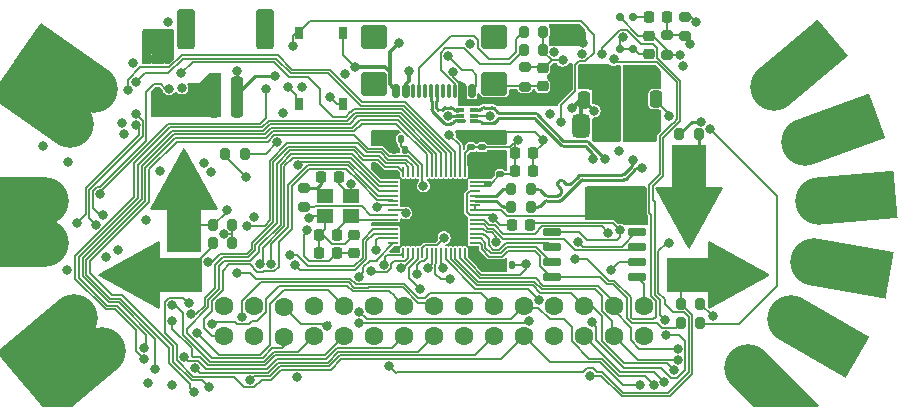
<source format=gbr>
%TF.GenerationSoftware,KiCad,Pcbnew,8.0.5-8.0.5-0~ubuntu22.04.1*%
%TF.CreationDate,2024-11-27T13:58:37+01:00*%
%TF.ProjectId,nerdYcontroller,6e657264-5963-46f6-9e74-726f6c6c6572,rev?*%
%TF.SameCoordinates,Original*%
%TF.FileFunction,Copper,L4,Bot*%
%TF.FilePolarity,Positive*%
%FSLAX46Y46*%
G04 Gerber Fmt 4.6, Leading zero omitted, Abs format (unit mm)*
G04 Created by KiCad (PCBNEW 8.0.5-8.0.5-0~ubuntu22.04.1) date 2024-11-27 13:58:37*
%MOMM*%
%LPD*%
G01*
G04 APERTURE LIST*
G04 Aperture macros list*
%AMRoundRect*
0 Rectangle with rounded corners*
0 $1 Rounding radius*
0 $2 $3 $4 $5 $6 $7 $8 $9 X,Y pos of 4 corners*
0 Add a 4 corners polygon primitive as box body*
4,1,4,$2,$3,$4,$5,$6,$7,$8,$9,$2,$3,0*
0 Add four circle primitives for the rounded corners*
1,1,$1+$1,$2,$3*
1,1,$1+$1,$4,$5*
1,1,$1+$1,$6,$7*
1,1,$1+$1,$8,$9*
0 Add four rect primitives between the rounded corners*
20,1,$1+$1,$2,$3,$4,$5,0*
20,1,$1+$1,$4,$5,$6,$7,0*
20,1,$1+$1,$6,$7,$8,$9,0*
20,1,$1+$1,$8,$9,$2,$3,0*%
%AMFreePoly0*
4,1,16,2.068441,2.822910,2.098225,2.768757,2.100000,2.750000,2.100000,-2.750000,2.080902,-2.808779,2.030902,-2.845106,1.969098,-2.845106,1.951808,-2.837622,-3.048192,-0.087622,-3.090491,-0.042561,-3.098225,0.018757,-3.068441,0.072910,-3.048192,0.087622,1.951808,2.837622,2.012515,2.849214,2.068441,2.822910,2.068441,2.822910,$1*%
%AMFreePoly1*
4,1,26,6.500000,-2.000000,0.000000,-2.000000,-0.284630,-1.979643,-0.563465,-1.918986,-0.830830,-1.819264,-1.081282,-1.682507,-1.309721,-1.511499,-1.511499,-1.309721,-1.682507,-1.081283,-1.819264,-0.830830,-1.918986,-0.563465,-1.979643,-0.284630,-2.000000,0.000000,-1.979643,0.284630,-1.918986,0.563465,-1.819264,0.830830,-1.682507,1.081282,-1.511499,1.309721,-1.309721,1.511499,-1.081283,1.682507,
-0.830830,1.819264,-0.563465,1.918986,-0.284630,1.979643,0.000000,2.000000,6.500000,2.000000,6.500000,-2.000000,6.500000,-2.000000,$1*%
%AMFreePoly2*
4,1,35,6.858779,1.980902,6.895106,1.930901,6.900000,1.900000,6.900000,-1.900000,6.880902,-1.958779,6.830902,-1.995106,6.800000,-2.000000,0.000000,-2.000000,-0.284630,-1.979643,-0.563465,-1.918986,-0.830830,-1.819264,-1.081282,-1.682507,-1.309721,-1.511499,-1.511499,-1.309721,-1.682507,-1.081283,-1.819264,-0.830830,-1.918986,-0.563465,-1.979643,-0.284630,-2.000000,0.000000,-1.979643,0.284630,
-1.918986,0.563465,-1.819264,0.830830,-1.682507,1.081282,-1.511499,1.309721,-1.309721,1.511499,-1.081283,1.682507,-0.830830,1.819264,-0.563465,1.918986,-0.284630,1.979643,-0.267027,1.980902,-0.138852,1.990069,-0.133394,1.994260,-0.100000,2.000000,6.800000,2.000000,6.858779,1.980902,6.858779,1.980902,$1*%
G04 Aperture macros list end*
%TA.AperFunction,ComponentPad*%
%ADD10FreePoly0,270.000000*%
%TD*%
%TA.AperFunction,ComponentPad*%
%ADD11R,3.000000X3.700200*%
%TD*%
%TA.AperFunction,ComponentPad*%
%ADD12C,1.600000*%
%TD*%
%TA.AperFunction,CastellatedPad*%
%ADD13FreePoly1,40.000000*%
%TD*%
%TA.AperFunction,ComponentPad*%
%ADD14FreePoly2,220.000000*%
%TD*%
%TA.AperFunction,ComponentPad*%
%ADD15FreePoly0,0.000000*%
%TD*%
%TA.AperFunction,ComponentPad*%
%ADD16R,3.700200X3.000000*%
%TD*%
%TA.AperFunction,CastellatedPad*%
%ADD17FreePoly1,315.000000*%
%TD*%
%TA.AperFunction,ComponentPad*%
%ADD18FreePoly2,145.000000*%
%TD*%
%TA.AperFunction,CastellatedPad*%
%ADD19FreePoly1,350.000000*%
%TD*%
%TA.AperFunction,ComponentPad*%
%ADD20FreePoly0,90.000000*%
%TD*%
%TA.AperFunction,ComponentPad*%
%ADD21FreePoly2,180.000000*%
%TD*%
%TA.AperFunction,CastellatedPad*%
%ADD22FreePoly1,20.000000*%
%TD*%
%TA.AperFunction,CastellatedPad*%
%ADD23FreePoly1,5.000000*%
%TD*%
%TA.AperFunction,ComponentPad*%
%ADD24FreePoly0,180.000000*%
%TD*%
%TA.AperFunction,CastellatedPad*%
%ADD25FreePoly1,330.000000*%
%TD*%
%TA.AperFunction,SMDPad,CuDef*%
%ADD26RoundRect,0.200000X-0.200000X-0.275000X0.200000X-0.275000X0.200000X0.275000X-0.200000X0.275000X0*%
%TD*%
%TA.AperFunction,SMDPad,CuDef*%
%ADD27RoundRect,0.140000X-0.140000X-0.170000X0.140000X-0.170000X0.140000X0.170000X-0.140000X0.170000X0*%
%TD*%
%TA.AperFunction,SMDPad,CuDef*%
%ADD28RoundRect,0.225000X-0.225000X-0.250000X0.225000X-0.250000X0.225000X0.250000X-0.225000X0.250000X0*%
%TD*%
%TA.AperFunction,SMDPad,CuDef*%
%ADD29RoundRect,0.200000X0.200000X0.275000X-0.200000X0.275000X-0.200000X-0.275000X0.200000X-0.275000X0*%
%TD*%
%TA.AperFunction,SMDPad,CuDef*%
%ADD30RoundRect,0.150000X-0.650000X-0.150000X0.650000X-0.150000X0.650000X0.150000X-0.650000X0.150000X0*%
%TD*%
%TA.AperFunction,SMDPad,CuDef*%
%ADD31RoundRect,0.140000X-0.170000X0.140000X-0.170000X-0.140000X0.170000X-0.140000X0.170000X0.140000X0*%
%TD*%
%TA.AperFunction,SMDPad,CuDef*%
%ADD32RoundRect,0.200000X0.275000X-0.200000X0.275000X0.200000X-0.275000X0.200000X-0.275000X-0.200000X0*%
%TD*%
%TA.AperFunction,SMDPad,CuDef*%
%ADD33RoundRect,0.050000X0.050000X-0.387500X0.050000X0.387500X-0.050000X0.387500X-0.050000X-0.387500X0*%
%TD*%
%TA.AperFunction,SMDPad,CuDef*%
%ADD34RoundRect,0.050000X0.387500X-0.050000X0.387500X0.050000X-0.387500X0.050000X-0.387500X-0.050000X0*%
%TD*%
%TA.AperFunction,HeatsinkPad*%
%ADD35R,3.200000X3.200000*%
%TD*%
%TA.AperFunction,SMDPad,CuDef*%
%ADD36RoundRect,0.200000X-0.275000X0.200000X-0.275000X-0.200000X0.275000X-0.200000X0.275000X0.200000X0*%
%TD*%
%TA.AperFunction,SMDPad,CuDef*%
%ADD37RoundRect,0.225000X0.225000X0.250000X-0.225000X0.250000X-0.225000X-0.250000X0.225000X-0.250000X0*%
%TD*%
%TA.AperFunction,SMDPad,CuDef*%
%ADD38RoundRect,0.225000X0.250000X-0.225000X0.250000X0.225000X-0.250000X0.225000X-0.250000X-0.225000X0*%
%TD*%
%TA.AperFunction,SMDPad,CuDef*%
%ADD39R,0.750000X1.000000*%
%TD*%
%TA.AperFunction,SMDPad,CuDef*%
%ADD40R,1.400000X1.200000*%
%TD*%
%TA.AperFunction,SMDPad,CuDef*%
%ADD41RoundRect,0.250000X-0.250000X-1.500000X0.250000X-1.500000X0.250000X1.500000X-0.250000X1.500000X0*%
%TD*%
%TA.AperFunction,SMDPad,CuDef*%
%ADD42RoundRect,0.250001X-0.499999X-1.449999X0.499999X-1.449999X0.499999X1.449999X-0.499999X1.449999X0*%
%TD*%
%TA.AperFunction,SMDPad,CuDef*%
%ADD43RoundRect,0.250000X-0.250000X-0.475000X0.250000X-0.475000X0.250000X0.475000X-0.250000X0.475000X0*%
%TD*%
%TA.AperFunction,SMDPad,CuDef*%
%ADD44RoundRect,0.150000X-0.150000X-0.425000X0.150000X-0.425000X0.150000X0.425000X-0.150000X0.425000X0*%
%TD*%
%TA.AperFunction,SMDPad,CuDef*%
%ADD45RoundRect,0.075000X-0.075000X-0.500000X0.075000X-0.500000X0.075000X0.500000X-0.075000X0.500000X0*%
%TD*%
%TA.AperFunction,SMDPad,CuDef*%
%ADD46RoundRect,0.250000X-0.840000X-0.750000X0.840000X-0.750000X0.840000X0.750000X-0.840000X0.750000X0*%
%TD*%
%TA.AperFunction,SMDPad,CuDef*%
%ADD47RoundRect,0.225000X-0.250000X0.225000X-0.250000X-0.225000X0.250000X-0.225000X0.250000X0.225000X0*%
%TD*%
%TA.AperFunction,SMDPad,CuDef*%
%ADD48RoundRect,0.375000X-0.375000X0.625000X-0.375000X-0.625000X0.375000X-0.625000X0.375000X0.625000X0*%
%TD*%
%TA.AperFunction,SMDPad,CuDef*%
%ADD49RoundRect,0.500000X-1.400000X0.500000X-1.400000X-0.500000X1.400000X-0.500000X1.400000X0.500000X0*%
%TD*%
%TA.AperFunction,SMDPad,CuDef*%
%ADD50RoundRect,0.250000X0.250000X0.475000X-0.250000X0.475000X-0.250000X-0.475000X0.250000X-0.475000X0*%
%TD*%
%TA.AperFunction,SMDPad,CuDef*%
%ADD51RoundRect,0.225000X-0.375000X0.225000X-0.375000X-0.225000X0.375000X-0.225000X0.375000X0.225000X0*%
%TD*%
%TA.AperFunction,SMDPad,CuDef*%
%ADD52C,0.700000*%
%TD*%
%TA.AperFunction,SMDPad,CuDef*%
%ADD53RoundRect,0.070000X0.355000X-0.070000X0.355000X0.070000X-0.355000X0.070000X-0.355000X-0.070000X0*%
%TD*%
%TA.AperFunction,SMDPad,CuDef*%
%ADD54RoundRect,0.070000X0.305000X-0.070000X0.305000X0.070000X-0.305000X0.070000X-0.305000X-0.070000X0*%
%TD*%
%TA.AperFunction,ViaPad*%
%ADD55C,0.800000*%
%TD*%
%TA.AperFunction,Conductor*%
%ADD56C,0.250000*%
%TD*%
%TA.AperFunction,Conductor*%
%ADD57C,0.152400*%
%TD*%
%TA.AperFunction,Conductor*%
%ADD58C,0.203200*%
%TD*%
%TA.AperFunction,Conductor*%
%ADD59C,0.304800*%
%TD*%
%TA.AperFunction,Conductor*%
%ADD60C,0.254000*%
%TD*%
%TA.AperFunction,Conductor*%
%ADD61C,0.150000*%
%TD*%
G04 APERTURE END LIST*
D10*
%TO.P,A302,1,1*%
%TO.N,/Peripherals/GP15{slash}ArrowUp*%
X-21200000Y2350000D03*
D11*
X-21200000Y-1450100D03*
%TD*%
D12*
%TO.P,J304,01,01*%
%TO.N,GND*%
X17780000Y-10470000D03*
%TO.P,J304,02,02*%
%TO.N,+3V3*%
X17780000Y-7930000D03*
%TO.P,J304,03,03*%
%TO.N,/Peripherals/GP1*%
X15240000Y-10470000D03*
%TO.P,J304,04,04*%
%TO.N,/Peripherals/GP0*%
X15240000Y-7930000D03*
%TO.P,J304,05,05*%
%TO.N,/Peripherals/GP3*%
X12700000Y-10470000D03*
%TO.P,J304,06,06*%
%TO.N,/Peripherals/GP2*%
X12700000Y-7930000D03*
%TO.P,J304,07,07*%
%TO.N,GND*%
X10160000Y-10470000D03*
%TO.P,J304,08,08*%
%TO.N,+3V3*%
X10160000Y-7930000D03*
%TO.P,J304,09,09*%
%TO.N,/Peripherals/GP19*%
X7620000Y-10470000D03*
%TO.P,J304,10,10*%
%TO.N,/Peripherals/GP22*%
X7620000Y-7930000D03*
%TO.P,J304,11,11*%
%TO.N,/Peripherals/GP21*%
X5080000Y-10470000D03*
%TO.P,J304,12,12*%
%TO.N,/Peripherals/GP18*%
X5080000Y-7930000D03*
%TO.P,J304,13,13*%
%TO.N,GND*%
X2540000Y-10470000D03*
%TO.P,J304,14,14*%
%TO.N,+3V3*%
X2540000Y-7930000D03*
%TO.P,J304,15,15*%
%TO.N,/Peripherals/GP23*%
X0Y-10470000D03*
%TO.P,J304,16,16*%
%TO.N,/Peripherals/GP24*%
X0Y-7930000D03*
%TO.P,J304,17,17*%
%TO.N,/Peripherals/GP25{slash}LED*%
X-2540000Y-10470000D03*
%TO.P,J304,18,18*%
%TO.N,/Peripherals/GP27*%
X-2540000Y-7930000D03*
%TO.P,J304,19,19*%
%TO.N,GND*%
X-5080000Y-10470000D03*
%TO.P,J304,20,20*%
%TO.N,+3V3*%
X-5080000Y-7930000D03*
%TO.P,J304,21,21*%
%TO.N,/Peripherals/GP26*%
X-7620000Y-10470000D03*
%TO.P,J304,22,22*%
%TO.N,/Peripherals/GP28*%
X-7620000Y-7930000D03*
%TO.P,J304,23,23*%
%TO.N,/Peripherals/GP14{slash}ArrowLeft*%
X-10160000Y-10470000D03*
%TO.P,J304,24,24*%
%TO.N,/Peripherals/GP15{slash}ArrowUp*%
X-10160000Y-7930000D03*
%TO.P,J304,25,25*%
%TO.N,/Peripherals/GP17{slash}ArrowDown*%
X-12700000Y-10580000D03*
%TO.P,J304,26,26*%
%TO.N,/Peripherals/GP16{slash}ArrowRight*%
X-12700000Y-8040000D03*
%TO.P,J304,27,27*%
%TO.N,GND*%
X-15240000Y-10470000D03*
%TO.P,J304,28,28*%
%TO.N,/VBUS*%
X-15240000Y-7930000D03*
%TO.P,J304,29,29*%
%TO.N,/SWCLK*%
X-17780000Y-10470000D03*
%TO.P,J304,30,30*%
%TO.N,/SWD*%
X-17780000Y-7930000D03*
%TD*%
D13*
%TO.P,GP0,1,1*%
%TO.N,/Peripherals/GP0*%
X28800000Y10600000D03*
%TD*%
D14*
%TO.P,VBUS301,1,1*%
%TO.N,/VBUS*%
X-28134019Y-11703993D03*
X-30448055Y-8946233D03*
%TD*%
D15*
%TO.P,A301,1,1*%
%TO.N,/Peripherals/GP14{slash}ArrowLeft*%
X-25350000Y-5308000D03*
D16*
X-21549900Y-5308000D03*
%TD*%
D17*
%TO.P,GP19,1,1*%
%TO.N,/Peripherals/GP19*%
X26600000Y-13200000D03*
%TD*%
D18*
%TO.P,GND301,1,1*%
%TO.N,GND*%
X-30832438Y7525526D03*
X-28767562Y10474474D03*
%TD*%
D19*
%TO.P,GP3,1,1*%
%TO.N,/Peripherals/GP3*%
X32200000Y-4200000D03*
%TD*%
D20*
%TO.P,A304,1,1*%
%TO.N,/Peripherals/GP17{slash}ArrowDown*%
X21600000Y75000D03*
D11*
X21600000Y3875100D03*
%TD*%
D21*
%TO.P,3V3,1,1*%
%TO.N,+3V3*%
X-32900901Y-2600000D03*
X-32900901Y1000000D03*
%TD*%
D22*
%TO.P,GP1,1,1*%
%TO.N,/Peripherals/GP1*%
X31400000Y6000000D03*
%TD*%
D23*
%TO.P,GP2,1,1*%
%TO.N,/Peripherals/GP2*%
X32600000Y1000000D03*
%TD*%
D24*
%TO.P,A303,1,1*%
%TO.N,/Peripherals/GP16{slash}ArrowRight*%
X25350000Y-5308000D03*
D16*
X21549900Y-5308000D03*
%TD*%
D25*
%TO.P,GP22,1,1*%
%TO.N,/Peripherals/GP22*%
X30200000Y-9000000D03*
%TD*%
D26*
%TO.P,R305,1*%
%TO.N,/Peripherals/GP16{slash}ArrowRight*%
X20875000Y-7750000D03*
%TO.P,R305,2*%
%TO.N,GND*%
X22525000Y-7750000D03*
%TD*%
D27*
%TO.P,C104,1*%
%TO.N,GND*%
X-3380000Y5300000D03*
%TO.P,C104,2*%
%TO.N,+3V3*%
X-2420000Y5300000D03*
%TD*%
D28*
%TO.P,C111,1*%
%TO.N,+3V3*%
X6825000Y5000000D03*
%TO.P,C111,2*%
%TO.N,GND*%
X8375000Y5000000D03*
%TD*%
%TO.P,C113,1*%
%TO.N,+1V1*%
X6575000Y-1100000D03*
%TO.P,C113,2*%
%TO.N,GND*%
X8125000Y-1100000D03*
%TD*%
D29*
%TO.P,R202,1*%
%TO.N,GND*%
X9225000Y13750000D03*
%TO.P,R202,2*%
%TO.N,Net-(P201-VCONN)*%
X7575000Y13750000D03*
%TD*%
D30*
%TO.P,U102,1,~{CS}*%
%TO.N,/FLASH_CS*%
X10000000Y-5505000D03*
%TO.P,U102,2,DO(IO1)*%
%TO.N,/FLASH_SD1*%
X10000000Y-4235000D03*
%TO.P,U102,3,IO2*%
%TO.N,/FLASH_SD2*%
X10000000Y-2965000D03*
%TO.P,U102,4,GND*%
%TO.N,GND*%
X10000000Y-1695000D03*
%TO.P,U102,5,DI(IO0)*%
%TO.N,/FLASH_SD0*%
X17200000Y-1695000D03*
%TO.P,U102,6,CLK*%
%TO.N,/FLASH_SCLK*%
X17200000Y-2965000D03*
%TO.P,U102,7,IO3*%
%TO.N,/FLASH_SD3*%
X17200000Y-4235000D03*
%TO.P,U102,8,VCC*%
%TO.N,+3V3*%
X17200000Y-5505000D03*
%TD*%
D31*
%TO.P,C105,1*%
%TO.N,GND*%
X3100000Y6480000D03*
%TO.P,C105,2*%
%TO.N,+3V3*%
X3100000Y5520000D03*
%TD*%
D32*
%TO.P,R308,1*%
%TO.N,+3V3*%
X19719000Y13350000D03*
%TO.P,R308,2*%
%TO.N,/Peripherals/GP29{slash}MIC_OUT*%
X19719000Y15000000D03*
%TD*%
D29*
%TO.P,R201,1*%
%TO.N,GND*%
X9225000Y15300000D03*
%TO.P,R201,2*%
%TO.N,Net-(P201-CC)*%
X7575000Y15300000D03*
%TD*%
D32*
%TO.P,R105,1*%
%TO.N,Net-(U101-XOUT)*%
X-11050000Y425000D03*
%TO.P,R105,2*%
%TO.N,Net-(C102-Pad1)*%
X-11050000Y2075000D03*
%TD*%
D33*
%TO.P,U101,1,IOVDD*%
%TO.N,+3V3*%
X2600000Y-3437500D03*
%TO.P,U101,2,GPIO0*%
%TO.N,/Peripherals/GP0*%
X2199999Y-3437500D03*
%TO.P,U101,3,GPIO1*%
%TO.N,/Peripherals/GP1*%
X1800000Y-3437500D03*
%TO.P,U101,4,GPIO2*%
%TO.N,/Peripherals/GP2*%
X1400000Y-3437500D03*
%TO.P,U101,5,GPIO3*%
%TO.N,/Peripherals/GP3*%
X1000000Y-3437500D03*
%TO.P,U101,6,GPIO4*%
%TO.N,/Peripherals/GP4{slash}SERVO_2*%
X600001Y-3437500D03*
%TO.P,U101,7,GPIO5*%
%TO.N,/Peripherals/GP5{slash}SERVO_3*%
X200000Y-3437500D03*
%TO.P,U101,8,GPIO6*%
%TO.N,/Peripherals/GP6{slash}IMU_SDA*%
X-200000Y-3437500D03*
%TO.P,U101,9,GPIO7*%
%TO.N,/Peripherals/GP7{slash}IMU_SCL*%
X-600001Y-3437500D03*
%TO.P,U101,10,IOVDD*%
%TO.N,+3V3*%
X-1000000Y-3437500D03*
%TO.P,U101,11,GPIO8*%
%TO.N,/Peripherals/GP8{slash}Grove_D1*%
X-1400000Y-3437500D03*
%TO.P,U101,12,GPIO9*%
%TO.N,/Peripherals/GP9{slash}Grove_D0*%
X-1800000Y-3437500D03*
%TO.P,U101,13,GPIO10*%
%TO.N,/Peripherals/GP10{slash}SERVO_0*%
X-2199999Y-3437500D03*
%TO.P,U101,14,GPIO11*%
%TO.N,/Peripherals/GP11{slash}SERVO_1*%
X-2600000Y-3437500D03*
D34*
%TO.P,U101,15,GPIO12*%
%TO.N,/Peripherals/GP12{slash}NEOPIXEL*%
X-3437500Y-2600000D03*
%TO.P,U101,16,GPIO13*%
%TO.N,/Peripherals/GP13{slash}INTR*%
X-3437500Y-2199999D03*
%TO.P,U101,17,GPIO14*%
%TO.N,/Peripherals/GP14{slash}ArrowLeft*%
X-3437500Y-1800000D03*
%TO.P,U101,18,GPIO15*%
%TO.N,/Peripherals/GP15{slash}ArrowUp*%
X-3437500Y-1400000D03*
%TO.P,U101,19,TESTEN*%
%TO.N,GND*%
X-3437500Y-1000000D03*
%TO.P,U101,20,XIN*%
%TO.N,Net-(U101-XIN)*%
X-3437500Y-600001D03*
%TO.P,U101,21,XOUT*%
%TO.N,Net-(U101-XOUT)*%
X-3437500Y-200000D03*
%TO.P,U101,22,IOVDD*%
%TO.N,+3V3*%
X-3437500Y200000D03*
%TO.P,U101,23,DVDD*%
%TO.N,+1V1*%
X-3437500Y600001D03*
%TO.P,U101,24,SWCLK*%
%TO.N,/SWCLK*%
X-3437500Y1000000D03*
%TO.P,U101,25,SWD*%
%TO.N,/SWD*%
X-3437500Y1400000D03*
%TO.P,U101,26,RUN*%
%TO.N,Net-(U101-RUN)*%
X-3437500Y1800000D03*
%TO.P,U101,27,GPIO16*%
%TO.N,/Peripherals/GP16{slash}ArrowRight*%
X-3437500Y2199999D03*
%TO.P,U101,28,GPIO17*%
%TO.N,/Peripherals/GP17{slash}ArrowDown*%
X-3437500Y2600000D03*
D33*
%TO.P,U101,29,GPIO18*%
%TO.N,/Peripherals/GP18*%
X-2600000Y3437500D03*
%TO.P,U101,30,GPIO19*%
%TO.N,/Peripherals/GP19*%
X-2199999Y3437500D03*
%TO.P,U101,31,GPIO20*%
%TO.N,/Peripherals/GP20{slash}Buzzer*%
X-1800000Y3437500D03*
%TO.P,U101,32,GPIO21*%
%TO.N,/Peripherals/GP21*%
X-1400000Y3437500D03*
%TO.P,U101,33,IOVDD*%
%TO.N,+3V3*%
X-1000000Y3437500D03*
%TO.P,U101,34,GPIO22*%
%TO.N,/Peripherals/GP22*%
X-600001Y3437500D03*
%TO.P,U101,35,GPIO23*%
%TO.N,/Peripherals/GP23*%
X-200000Y3437500D03*
%TO.P,U101,36,GPIO24*%
%TO.N,/Peripherals/GP24*%
X200000Y3437500D03*
%TO.P,U101,37,GPIO25*%
%TO.N,/Peripherals/GP25{slash}LED*%
X600001Y3437500D03*
%TO.P,U101,38,GPIO26_ADC0*%
%TO.N,/Peripherals/GP26*%
X1000000Y3437500D03*
%TO.P,U101,39,GPIO27_ADC1*%
%TO.N,/Peripherals/GP27*%
X1400000Y3437500D03*
%TO.P,U101,40,GPIO28_ADC2*%
%TO.N,/Peripherals/GP28*%
X1800000Y3437500D03*
%TO.P,U101,41,GPIO29_ADC3*%
%TO.N,/Peripherals/GP29{slash}MIC_OUT*%
X2199999Y3437500D03*
%TO.P,U101,42,IOVDD*%
%TO.N,+3V3*%
X2600000Y3437500D03*
D34*
%TO.P,U101,43,ADC_AVDD*%
X3437500Y2600000D03*
%TO.P,U101,44,VREG_IN*%
X3437500Y2199999D03*
%TO.P,U101,45,VREG_VOUT*%
%TO.N,+1V1*%
X3437500Y1800000D03*
%TO.P,U101,46,USB_DM*%
%TO.N,/d-*%
X3437500Y1400000D03*
%TO.P,U101,47,USB_DP*%
%TO.N,/d+*%
X3437500Y1000000D03*
%TO.P,U101,48,USB_VDD*%
%TO.N,+3V3*%
X3437500Y600001D03*
%TO.P,U101,49,IOVDD*%
X3437500Y200000D03*
%TO.P,U101,50,DVDD*%
%TO.N,+1V1*%
X3437500Y-200000D03*
%TO.P,U101,51,QSPI_SD3*%
%TO.N,/FLASH_SD3*%
X3437500Y-600001D03*
%TO.P,U101,52,QSPI_SCLK*%
%TO.N,/FLASH_SCLK*%
X3437500Y-1000000D03*
%TO.P,U101,53,QSPI_SD0*%
%TO.N,/FLASH_SD0*%
X3437500Y-1400000D03*
%TO.P,U101,54,QSPI_SD2*%
%TO.N,/FLASH_SD2*%
X3437500Y-1800000D03*
%TO.P,U101,55,QSPI_SD1*%
%TO.N,/FLASH_SD1*%
X3437500Y-2199999D03*
%TO.P,U101,56,QSPI_SS*%
%TO.N,/FLASH_CS*%
X3437500Y-2600000D03*
D35*
%TO.P,U101,57,GND*%
%TO.N,GND*%
X0Y0D03*
%TD*%
D36*
%TO.P,R203,1*%
%TO.N,GND*%
X7700000Y12300000D03*
%TO.P,R203,2*%
%TO.N,Net-(P201-SHIELD)*%
X7700000Y10650000D03*
%TD*%
D37*
%TO.P,C115,1*%
%TO.N,+1V1*%
X-8225000Y-3400000D03*
%TO.P,C115,2*%
%TO.N,GND*%
X-9775000Y-3400000D03*
%TD*%
D38*
%TO.P,C203,1*%
%TO.N,Net-(P201-SHIELD)*%
X9200000Y10700000D03*
%TO.P,C203,2*%
%TO.N,GND*%
X9200000Y12250000D03*
%TD*%
D29*
%TO.P,R103,1*%
%TO.N,/usb_d+*%
X8175000Y450000D03*
%TO.P,R103,2*%
%TO.N,/d+*%
X6525000Y450000D03*
%TD*%
D26*
%TO.P,R304,1*%
%TO.N,/Peripherals/GP15{slash}ArrowUp*%
X-18725000Y-1100000D03*
%TO.P,R304,2*%
%TO.N,GND*%
X-17075000Y-1100000D03*
%TD*%
D39*
%TO.P,S101,A*%
%TO.N,/N_USBBOOT*%
X-11425000Y15200000D03*
%TO.P,S101,B*%
X-11425000Y9200000D03*
%TO.P,S101,C*%
%TO.N,GND*%
X-7675000Y15200000D03*
%TO.P,S101,D*%
X-7675000Y9200000D03*
%TD*%
D40*
%TO.P,Y101,1,1*%
%TO.N,Net-(C102-Pad1)*%
X-9250000Y1400000D03*
%TO.P,Y101,2,2*%
%TO.N,GND*%
X-7050000Y1400000D03*
%TO.P,Y101,3,3*%
%TO.N,Net-(U101-XIN)*%
X-7050000Y-300000D03*
%TO.P,Y101,4,4*%
%TO.N,GND*%
X-9250000Y-300000D03*
%TD*%
D41*
%TO.P,J201,1,Pin_1*%
%TO.N,Net-(D203-A)*%
X-18650000Y9750000D03*
%TO.P,J201,2,Pin_2*%
%TO.N,GND*%
X-16650000Y9750000D03*
D42*
%TO.P,J201,MP,MountPin*%
%TO.N,unconnected-(J201-MountPin-PadMP)*%
X-21000000Y15500000D03*
%TO.N,unconnected-(J201-MountPin-PadMP)_1*%
X-14300000Y15500000D03*
%TD*%
D27*
%TO.P,C109,1*%
%TO.N,GND*%
X5620000Y-4425000D03*
%TO.P,C109,2*%
%TO.N,+3V3*%
X6580000Y-4425000D03*
%TD*%
D29*
%TO.P,R306,1*%
%TO.N,/Peripherals/GP17{slash}ArrowDown*%
X22425000Y6600000D03*
%TO.P,R306,2*%
%TO.N,GND*%
X20775000Y6600000D03*
%TD*%
D31*
%TO.P,C107,1*%
%TO.N,GND*%
X5600000Y4180000D03*
%TO.P,C107,2*%
%TO.N,+3V3*%
X5600000Y3220000D03*
%TD*%
D32*
%TO.P,R307,1*%
%TO.N,/Peripherals/GP29{slash}MIC_OUT*%
X21269400Y14924800D03*
%TO.P,R307,2*%
%TO.N,GND*%
X21269400Y16574800D03*
%TD*%
D43*
%TO.P,C201,1*%
%TO.N,/VBUS*%
X16900000Y9600000D03*
%TO.P,C201,2*%
%TO.N,GND*%
X18800000Y9600000D03*
%TD*%
D28*
%TO.P,C303,1*%
%TO.N,Net-(U302-out)*%
X18182000Y16511800D03*
%TO.P,C303,2*%
%TO.N,/Peripherals/GP29{slash}MIC_OUT*%
X19732000Y16511800D03*
%TD*%
D31*
%TO.P,C110,1*%
%TO.N,GND*%
X4050000Y6480000D03*
%TO.P,C110,2*%
%TO.N,+3V3*%
X4050000Y5520000D03*
%TD*%
D28*
%TO.P,C112,1*%
%TO.N,+3V3*%
X6825000Y3500000D03*
%TO.P,C112,2*%
%TO.N,GND*%
X8375000Y3500000D03*
%TD*%
D44*
%TO.P,P201,A1,GND*%
%TO.N,GND*%
X-3200000Y10320000D03*
%TO.P,P201,A4,VBUS*%
%TO.N,/power-and-usb/usb_vcc*%
X-2400000Y10320000D03*
D45*
%TO.P,P201,A5,CC*%
%TO.N,Net-(P201-CC)*%
X-1250000Y10320000D03*
%TO.P,P201,A6,D+*%
%TO.N,/power-and-usb/USBC-D+*%
X-250000Y10320000D03*
%TO.P,P201,A7,D-*%
%TO.N,/power-and-usb/USBC-D-*%
X250000Y10320000D03*
%TO.P,P201,A8*%
%TO.N,N/C*%
X1250000Y10320000D03*
D44*
%TO.P,P201,A9,VBUS*%
%TO.N,/power-and-usb/usb_vcc*%
X2400000Y10320000D03*
%TO.P,P201,A12,GND*%
%TO.N,GND*%
X3200000Y10320000D03*
%TO.P,P201,B1,GND*%
X3200000Y10320000D03*
%TO.P,P201,B4,VBUS*%
%TO.N,/power-and-usb/usb_vcc*%
X2400000Y10320000D03*
D45*
%TO.P,P201,B5,VCONN*%
%TO.N,Net-(P201-VCONN)*%
X1750000Y10320000D03*
%TO.P,P201,B6*%
%TO.N,N/C*%
X750000Y10320000D03*
%TO.P,P201,B7*%
X-750000Y10320000D03*
%TO.P,P201,B8*%
X-1750000Y10320000D03*
D44*
%TO.P,P201,B9,VBUS*%
%TO.N,/power-and-usb/usb_vcc*%
X-2400000Y10320000D03*
%TO.P,P201,B12,GND*%
%TO.N,GND*%
X-3200000Y10320000D03*
D46*
%TO.P,P201,S1,SHIELD*%
%TO.N,Net-(P201-SHIELD)*%
X-5110000Y14825000D03*
X-5110000Y10895000D03*
X5110000Y14825000D03*
X5110000Y10895000D03*
%TD*%
D47*
%TO.P,C304,1*%
%TO.N,+3V3*%
X18195000Y14950000D03*
%TO.P,C304,2*%
%TO.N,GND*%
X18195000Y13400000D03*
%TD*%
D29*
%TO.P,R101,1*%
%TO.N,/N_USBBOOT*%
X22525000Y-9350000D03*
%TO.P,R101,2*%
%TO.N,/FLASH_CS*%
X20875000Y-9350000D03*
%TD*%
D37*
%TO.P,C103,1*%
%TO.N,Net-(U101-XIN)*%
X-8225000Y-1900000D03*
%TO.P,C103,2*%
%TO.N,GND*%
X-9775000Y-1900000D03*
%TD*%
D27*
%TO.P,C108,1*%
%TO.N,GND*%
X-3730000Y6250000D03*
%TO.P,C108,2*%
%TO.N,+3V3*%
X-2770000Y6250000D03*
%TD*%
D28*
%TO.P,C102,1*%
%TO.N,Net-(C102-Pad1)*%
X-9575000Y3000000D03*
%TO.P,C102,2*%
%TO.N,GND*%
X-8025000Y3000000D03*
%TD*%
D29*
%TO.P,R102,1*%
%TO.N,Net-(U101-RUN)*%
X-16025000Y4950000D03*
%TO.P,R102,2*%
%TO.N,+3V3*%
X-17675000Y4950000D03*
%TD*%
D48*
%TO.P,U201,1,GND*%
%TO.N,GND*%
X12400000Y7300000D03*
%TO.P,U201,2,VO*%
%TO.N,+3V3*%
X14700000Y7300000D03*
D49*
X14700000Y1000000D03*
D48*
%TO.P,U201,3,VI*%
%TO.N,/VBUS*%
X17000000Y7300000D03*
%TD*%
D26*
%TO.P,R303,1*%
%TO.N,/Peripherals/GP14{slash}ArrowLeft*%
X-18725000Y-2600000D03*
%TO.P,R303,2*%
%TO.N,GND*%
X-17075000Y-2600000D03*
%TD*%
D50*
%TO.P,C202,1*%
%TO.N,+3V3*%
X14600000Y9550000D03*
%TO.P,C202,2*%
%TO.N,GND*%
X12700000Y9550000D03*
%TD*%
D51*
%TO.P,D201,1,K*%
%TO.N,/VBUS*%
X11100000Y14800000D03*
%TO.P,D201,2,A*%
%TO.N,/power-and-usb/usb_vcc*%
X11100000Y11500000D03*
%TD*%
D52*
%TO.P,U302,1,out*%
%TO.N,Net-(U302-out)*%
X16874200Y16530200D03*
%TO.P,U302,2,VDD*%
%TO.N,+3V3*%
X15724200Y16530200D03*
%TO.P,U302,3,GND*%
%TO.N,GND*%
X15724200Y13870200D03*
%TO.P,U302,4,GND*%
X16874200Y13870200D03*
%TD*%
D51*
%TO.P,D203,1,K*%
%TO.N,/VBUS*%
X-23400000Y13000000D03*
%TO.P,D203,2,A*%
%TO.N,Net-(D203-A)*%
X-23400000Y9700000D03*
%TD*%
D31*
%TO.P,C106,1*%
%TO.N,GND*%
X4600000Y3380000D03*
%TO.P,C106,2*%
%TO.N,+3V3*%
X4600000Y2420000D03*
%TD*%
D38*
%TO.P,C114,1*%
%TO.N,+1V1*%
X-6750000Y-3425000D03*
%TO.P,C114,2*%
%TO.N,GND*%
X-6750000Y-1875000D03*
%TD*%
D53*
%TO.P,D202,1,IO1*%
%TO.N,/power-and-usb/USBC-D+*%
X2275000Y7700000D03*
D54*
%TO.P,D202,2,GND*%
%TO.N,GND*%
X2225000Y8200000D03*
%TO.P,D202,3,IO2*%
%TO.N,/power-and-usb/USBC-D-*%
X2225000Y8700000D03*
%TO.P,D202,4,IO2*%
%TO.N,/usb_d-*%
X3375000Y8700000D03*
%TO.P,D202,5,VCC*%
%TO.N,/power-and-usb/usb_vcc*%
X3375000Y8200000D03*
%TO.P,D202,6,IO1*%
%TO.N,/usb_d+*%
X3375000Y7700000D03*
%TD*%
D29*
%TO.P,R104,1*%
%TO.N,/usb_d-*%
X8175000Y1950000D03*
%TO.P,R104,2*%
%TO.N,/d-*%
X6525000Y1950000D03*
%TD*%
D55*
%TO.N,GND*%
X1143000Y8204200D03*
%TO.N,+3V3*%
X-895292Y2250000D03*
X17500000Y-300000D03*
X-31075000Y-4900000D03*
X-11200000Y10600000D03*
X850000Y-2150002D03*
X17450000Y1750000D03*
X17500000Y700000D03*
X-7518400Y11709400D03*
X-2400000Y-50000D03*
X10174999Y13591117D03*
X15650000Y-450000D03*
X7100000Y6150000D03*
X-15889249Y3010751D03*
X-26800000Y-3200000D03*
X-23200000Y3550000D03*
X12750000Y11550000D03*
X3074712Y14300000D03*
X-19500000Y4200000D03*
X20800000Y13350000D03*
X-27800000Y-3800000D03*
X-26278962Y6635456D03*
X13700000Y12000000D03*
X13700000Y11050000D03*
X-30961402Y4252004D03*
X7775000Y-4350000D03*
%TO.N,GND*%
X-13475000Y11525000D03*
X-10607953Y-506466D03*
X9207109Y6105452D03*
X2152609Y-52849D03*
X-925288Y-2150000D03*
X22150000Y16150000D03*
X15750000Y-1500000D03*
X1082270Y2343418D03*
X-24400000Y-600000D03*
X15671800Y5197600D03*
X-7000000Y2400000D03*
X10876305Y12894624D03*
X-2950000Y14350000D03*
X-26439499Y7571796D03*
X4325000Y-4375200D03*
X22600000Y7625000D03*
X-25500000Y12650000D03*
X3475134Y4078016D03*
X23650000Y-8800000D03*
X-8850000Y9800000D03*
X-12800000Y8412493D03*
X-21350000Y10550000D03*
X-17800000Y-1800000D03*
X19925000Y8150000D03*
X-4925290Y6039378D03*
X16000000Y14850000D03*
X21073800Y12440309D03*
X-2350000Y-1000000D03*
X-22550000Y16100000D03*
X11717791Y8867791D03*
X-6734469Y12351458D03*
X1200000Y13250000D03*
X9800000Y8300000D03*
X-16650000Y12000000D03*
X13550000Y8600000D03*
X-33150000Y5650000D03*
X-18900000Y3400000D03*
X-15212464Y-366410D03*
%TO.N,/VBUS*%
X12639222Y14364746D03*
X-24150000Y14100000D03*
X18450000Y7700000D03*
X18450000Y6600000D03*
X-22550000Y14050000D03*
X12200000Y15100000D03*
X18500000Y11150000D03*
%TO.N,/Peripherals/GP29{slash}MIC_OUT*%
X1303603Y6573800D03*
X21700000Y14300000D03*
%TO.N,/Peripherals/GP12{slash}NEOPIXEL*%
X12500000Y13425000D03*
X-6377170Y-5444523D03*
%TO.N,/Peripherals/GP11{slash}SERVO_1*%
X-4276200Y-4423063D03*
%TO.N,/Peripherals/GP10{slash}SERVO_0*%
X-5382209Y-4917791D03*
%TO.N,/Peripherals/GP5{slash}SERVO_3*%
X1354998Y-5670619D03*
X14200000Y13400000D03*
X13331241Y-9276251D03*
X19673800Y-10369558D03*
X19532842Y-9117158D03*
%TO.N,/Peripherals/GP4{slash}SERVO_2*%
X11900000Y-3950000D03*
X750000Y-4677600D03*
X15200000Y12950000D03*
%TO.N,/Peripherals/GP8{slash}Grove_D1*%
X-1185000Y-6520495D03*
%TO.N,/Peripherals/GP9{slash}Grove_D0*%
X19860113Y-2578792D03*
X-2785652Y-4727400D03*
X-3800000Y-13029600D03*
%TO.N,/Peripherals/GP19*%
X-19118028Y-4195864D03*
X17400000Y-14646400D03*
X-20784946Y-7701842D03*
%TO.N,/Peripherals/GP26*%
X-22193380Y-9226200D03*
X-21390002Y11775000D03*
X-28000000Y-226200D03*
X-22432209Y10482209D03*
%TO.N,/Peripherals/GP21*%
X-19052209Y-14787791D03*
X-15566552Y-14178599D03*
%TO.N,/Peripherals/GP0*%
X20621400Y-11525000D03*
%TO.N,/Peripherals/GP17{slash}ArrowDown*%
X-11588644Y-13940600D03*
%TO.N,/Peripherals/GP16{slash}ArrowRight*%
X-14735820Y-4378599D03*
X-9100000Y-9626200D03*
X13175000Y-13821000D03*
X8077824Y-9199998D03*
X-6382680Y-9381911D03*
%TO.N,/Peripherals/GP27*%
X-25267510Y8356193D03*
X-25242791Y11042791D03*
X-18825000Y-9443800D03*
X-28619455Y-1023242D03*
%TO.N,/Peripherals/GP22*%
X-20350000Y-15200000D03*
X-6332706Y-8433224D03*
X18589590Y-14646401D03*
%TO.N,/Peripherals/GP23*%
X-23600000Y-13250000D03*
X-20240251Y-13168851D03*
%TO.N,/Peripherals/GP2*%
X20295638Y-13367406D03*
%TO.N,/Peripherals/GP14{slash}ArrowLeft*%
X-11755342Y-4439687D03*
X-22157209Y-7842791D03*
%TO.N,/Peripherals/GP3*%
X19500000Y-14375000D03*
X8871250Y-7423166D03*
%TO.N,/SWD*%
X-13785833Y-4373205D03*
%TO.N,/Peripherals/GP15{slash}ArrowUp*%
X-17550000Y200000D03*
X-12188986Y-3578386D03*
%TO.N,/Peripherals/GP1*%
X20621400Y-12475003D03*
%TO.N,/Peripherals/GP18*%
X-16650000Y-5100000D03*
X-20592791Y-8632209D03*
%TO.N,/Peripherals/GP24*%
X-16245376Y-8830957D03*
X-24595449Y-11445449D03*
%TO.N,/Peripherals/GP28*%
X-25921953Y10378529D03*
X-20043380Y-10243380D03*
X-30240536Y-860167D03*
X-25278600Y7406255D03*
%TO.N,/Peripherals/GP20{slash}Buzzer*%
X-15807209Y-1107209D03*
%TO.N,/N_USBBOOT*%
X-12350000Y10600000D03*
X-11950000Y14050000D03*
X23374764Y7075236D03*
X10750000Y7650000D03*
%TO.N,Net-(U101-RUN)*%
X-13256980Y5928600D03*
X-11550000Y4013239D03*
%TO.N,/Peripherals/GP6{slash}IMU_SDA*%
X-22200000Y-14600000D03*
X-522005Y-4677600D03*
%TO.N,/Peripherals/GP7{slash}IMU_SCL*%
X-24255134Y-14455134D03*
X-1476149Y-5185634D03*
%TO.N,+1V1*%
X-10749499Y-1445863D03*
X-4867811Y426199D03*
X4950000Y-450000D03*
%TO.N,/Peripherals/GP13{slash}INTR*%
X-28250000Y1550000D03*
X-4925290Y-3202209D03*
X-14209998Y10475291D03*
%TO.N,/FLASH_SD3*%
X14750000Y-1700000D03*
X15000000Y-4900002D03*
%TO.N,/FLASH_SD0*%
X12210100Y-2500001D03*
X5279552Y-2520448D03*
%TO.N,/Peripherals/GP25{slash}LED*%
X-24544995Y-12394111D03*
X-21154551Y-12254551D03*
%TO.N,/power-and-usb/usb_vcc*%
X4741053Y8206417D03*
X-2129850Y12011938D03*
X1609780Y11918717D03*
%TO.N,/usb_d+*%
X13433760Y4513797D03*
X17571232Y3728768D03*
%TO.N,/usb_d-*%
X16828768Y4471232D03*
X14483760Y4513797D03*
%TD*%
D56*
%TO.N,/d+*%
X6525000Y450000D02*
X5896672Y450000D01*
X5795472Y551200D02*
X5711299Y551200D01*
X5896672Y450000D02*
X5795472Y551200D01*
X5711299Y551200D02*
X5262499Y1000000D01*
X5262499Y1000000D02*
X3437500Y1000000D01*
%TO.N,/d-*%
X6525000Y1950000D02*
X5812499Y1950000D01*
X5812499Y1950000D02*
X5262499Y1400000D01*
X5262499Y1400000D02*
X3437500Y1400000D01*
%TO.N,/usb_d-*%
X9520344Y1400000D02*
X9725150Y1400000D01*
X8175000Y1950000D02*
X8804658Y1950000D01*
X11194440Y2393292D02*
G75*
G03*
X11533806Y2393338I169660J169708D01*
G01*
X10928448Y2659284D02*
X11194440Y2393292D01*
X16770189Y3953032D02*
G75*
G03*
X16828810Y4094454I-141389J141468D01*
G01*
X10770174Y1629618D02*
G75*
G03*
X10770151Y1969005I-169674J169682D01*
G01*
X12503307Y3171800D02*
X14248380Y3171800D01*
X8946079Y1891422D02*
X9378922Y1458579D01*
X9725150Y1400000D02*
X10375150Y1400000D01*
X16047535Y3230378D02*
X16770189Y3953032D01*
X12253777Y3113221D02*
G75*
G02*
X12395199Y3171801I141423J-141421D01*
G01*
X15906114Y3171800D02*
G75*
G03*
X16047528Y3230385I-14J200000D01*
G01*
X10589038Y2659285D02*
G75*
G02*
X10928405Y2659242I169662J-169685D01*
G01*
X10504184Y2235021D02*
G75*
G02*
X10504209Y2574404I169716J169679D01*
G01*
X10457713Y1400000D02*
G75*
G03*
X10599127Y1458585I-13J200000D01*
G01*
X9378922Y1458579D02*
G75*
G03*
X9520344Y1400031I141378J141421D01*
G01*
X14248380Y3171800D02*
X15906114Y3171800D01*
X8804658Y1950000D02*
G75*
G02*
X8946100Y1891443I42J-200000D01*
G01*
X10770175Y1969030D02*
X10504184Y2235021D01*
X10375150Y1400000D02*
X10457713Y1400000D01*
X10599134Y1458578D02*
X10770174Y1629618D01*
X10504183Y2574431D02*
X10589038Y2659285D01*
X16828768Y4094454D02*
X16828768Y4471232D01*
X12078323Y2937767D02*
X12243016Y3102460D01*
X11533852Y2393293D02*
X11618704Y2478147D01*
X11618704Y2478147D02*
X12078323Y2937767D01*
X12395199Y3171800D02*
X12503307Y3171800D01*
X12243016Y3102460D02*
X12253777Y3113221D01*
%TO.N,/usb_d+*%
X9378922Y941421D02*
G75*
G02*
X9520344Y999969I141378J-141421D01*
G01*
X8804658Y450000D02*
G75*
G03*
X8946100Y508557I42J200000D01*
G01*
X16213221Y2830378D02*
G75*
G02*
X16071800Y2771800I-141421J141422D01*
G01*
X17053032Y3670189D02*
G75*
G02*
X17194454Y3728810I141468J-141389D01*
G01*
X10764822Y1058578D02*
G75*
G02*
X10623401Y999999I-141422J141422D01*
G01*
X12419465Y2713221D02*
G75*
G02*
X12560887Y2771809I141435J-141421D01*
G01*
X8804658Y450000D02*
X8175000Y450000D01*
X9378922Y941421D02*
X8946079Y508578D01*
X10623401Y1000000D02*
X9520344Y1000000D01*
X16071800Y2771800D02*
X12560887Y2771800D01*
X17053032Y3670189D02*
X16213221Y2830378D01*
X17571232Y3728768D02*
X17194454Y3728768D01*
X12419465Y2713221D02*
X10764822Y1058578D01*
%TO.N,/usb_d-*%
X5357475Y8544590D02*
G75*
G02*
X5416016Y8403169I-141475J-141390D01*
G01*
X4937805Y8881417D02*
G75*
G02*
X5079228Y8822839I-5J-200017D01*
G01*
X13031136Y5966421D02*
G75*
G03*
X12889714Y6025010I-141436J-141421D01*
G01*
X4060340Y8822839D02*
G75*
G02*
X4201761Y8881440I141460J-141439D01*
G01*
X3854658Y8700000D02*
G75*
G03*
X3996101Y8758558I42J200000D01*
G01*
X10937866Y6083578D02*
G75*
G03*
X11079287Y6024991I141434J141422D01*
G01*
X8680023Y8341421D02*
G75*
G03*
X8538601Y8400001I-141423J-141421D01*
G01*
X3996080Y8758579D02*
X4060340Y8822839D01*
X3375000Y8700000D02*
X3854658Y8700000D01*
X5416053Y8400000D02*
X8538601Y8400000D01*
X5079227Y8822838D02*
X5357475Y8544590D01*
X4201761Y8881417D02*
X4937805Y8881417D01*
X5416053Y8403169D02*
X5416053Y8400000D01*
X8680023Y8341421D02*
X10937866Y6083578D01*
X11079287Y6025000D02*
X12889714Y6025000D01*
X13031136Y5966421D02*
X14483760Y4513797D01*
%TO.N,/power-and-usb/USBC-D-*%
X200000Y8903287D02*
G75*
G03*
X258586Y8761872I200000J13D01*
G01*
X643746Y8659541D02*
G75*
G02*
X360880Y8659515I-141446J141459D01*
G01*
X2057157Y8615000D02*
G75*
G03*
X2198600Y8673558I43J200000D01*
G01*
X946248Y8879200D02*
G75*
G03*
X804802Y8820645I-48J-200000D01*
G01*
X1716578Y8673578D02*
G75*
G03*
X1857999Y8614999I141422J141422D01*
G01*
X1569535Y8820621D02*
G75*
G03*
X1428113Y8879209I-141435J-141421D01*
G01*
%TO.N,/power-and-usb/USBC-D+*%
X1857999Y7785000D02*
G75*
G03*
X1716579Y7726421I1J-200000D01*
G01*
X2248579Y7726421D02*
G75*
G03*
X2107157Y7784970I-141379J-141421D01*
G01*
X-141421Y8596177D02*
G75*
G02*
X-200001Y8737599I141421J141423D01*
G01*
X1436513Y7529200D02*
G75*
G03*
X1577928Y7587786I-13J200000D01*
G01*
X946248Y7529200D02*
G75*
G02*
X804803Y7587754I-48J200000D01*
G01*
X429756Y7962849D02*
X804827Y7587778D01*
X-250000Y10320000D02*
X-250000Y9457499D01*
X429756Y8025000D02*
X429756Y7962849D01*
%TO.N,/power-and-usb/USBC-D-*%
X250000Y10320000D02*
X250000Y9457499D01*
%TO.N,/power-and-usb/USBC-D+*%
X-141421Y8596177D02*
X429756Y8025000D01*
X946248Y7529200D02*
X1436513Y7529200D01*
X-250000Y9457499D02*
X-200000Y9407499D01*
X-200000Y9407499D02*
X-200000Y8737599D01*
X1577935Y7587779D02*
X1716578Y7726422D01*
X1857999Y7785000D02*
X2107157Y7785000D01*
%TO.N,/power-and-usb/USBC-D-*%
X643746Y8659541D02*
X804826Y8820621D01*
%TO.N,/power-and-usb/USBC-D+*%
X2248579Y7726421D02*
X2275000Y7700000D01*
%TO.N,/power-and-usb/USBC-D-*%
X258579Y8761865D02*
X360904Y8659540D01*
X250000Y9457499D02*
X200000Y9407499D01*
X200000Y9407499D02*
X200000Y8903287D01*
X2198579Y8673579D02*
X2225000Y8700000D01*
X946248Y8879200D02*
X1428113Y8879200D01*
X1569535Y8820621D02*
X1716578Y8673578D01*
X1857999Y8615000D02*
X2057157Y8615000D01*
%TO.N,GND*%
X1147200Y8200000D02*
X1143000Y8204200D01*
X2225000Y8200000D02*
X1147200Y8200000D01*
D57*
%TO.N,+3V3*%
X6545000Y3220000D02*
X6825000Y3500000D01*
D58*
X-1000000Y3437500D02*
X-1000000Y2354708D01*
D57*
X17304400Y14950000D02*
X18195000Y14950000D01*
D56*
X15650000Y50000D02*
X14700000Y1000000D01*
D57*
X6150000Y-300000D02*
X13400000Y-300000D01*
X19719000Y13350000D02*
X19719000Y13750000D01*
X850000Y-2150002D02*
X226202Y-2773800D01*
X4800000Y2420000D02*
X5600000Y3220000D01*
X2600000Y-3850000D02*
X2600000Y-3437500D01*
D58*
X-17675000Y4796502D02*
X-15889249Y3010751D01*
D57*
X19719000Y13750000D02*
X18519000Y14950000D01*
X13400000Y-300000D02*
X14700000Y1000000D01*
X4600000Y2420000D02*
X4800000Y2420000D01*
X6825000Y5000000D02*
X6825000Y5875000D01*
D58*
X-17675000Y4950000D02*
X-17675000Y4796502D01*
D57*
X7309600Y-5265400D02*
X4015400Y-5265400D01*
X3437500Y600001D02*
X3437500Y200000D01*
X3437500Y200000D02*
X5650000Y200000D01*
D56*
X15650000Y-450000D02*
X15650000Y50000D01*
D57*
X17200000Y-5505000D02*
X17780000Y-6085000D01*
X3125200Y-4375200D02*
X2600000Y-3850000D01*
X7775000Y-4800000D02*
X7309600Y-5265400D01*
D58*
X-1000000Y2354708D02*
X-895292Y2250000D01*
D57*
X4420000Y2600000D02*
X4600000Y2420000D01*
X15724200Y16530200D02*
X17304400Y14950000D01*
X5650000Y200000D02*
X6150000Y-300000D01*
X4379999Y2199999D02*
X4600000Y2420000D01*
X6580000Y-4425000D02*
X7700000Y-4425000D01*
X-32900901Y1000000D02*
X-32900901Y-2600000D01*
X17780000Y-6085000D02*
X17780000Y-7930000D01*
X2600000Y5020000D02*
X3100000Y5520000D01*
X6825000Y3500000D02*
X6825000Y5000000D01*
X7700000Y-4425000D02*
X7775000Y-4350000D01*
X6470000Y5520000D02*
X7100000Y6150000D01*
X19719000Y13350000D02*
X20800000Y13350000D01*
D58*
X-2770000Y5650000D02*
X-2420000Y5300000D01*
D57*
X18519000Y14950000D02*
X18195000Y14950000D01*
X-2650000Y200000D02*
X-2400000Y-50000D01*
D58*
X-2420000Y5300000D02*
X-2286420Y5300000D01*
D57*
X5600000Y3220000D02*
X6545000Y3220000D01*
X7775000Y-4350000D02*
X7775000Y-4800000D01*
X5000000Y5520000D02*
X6470000Y5520000D01*
X-773800Y-2773800D02*
X-1000000Y-3000000D01*
X6825000Y5875000D02*
X7100000Y6150000D01*
D58*
X-2770000Y6250000D02*
X-2770000Y5650000D01*
D57*
X-3437500Y200000D02*
X-2650000Y200000D01*
X-1000000Y-3000000D02*
X-1000000Y-3437500D01*
X4015400Y-5265400D02*
X3125200Y-4375200D01*
X3437500Y2199999D02*
X4379999Y2199999D01*
X2600000Y3437500D02*
X2600000Y5020000D01*
X3437500Y2600000D02*
X4420000Y2600000D01*
D58*
X-1000000Y4013580D02*
X-1000000Y3437500D01*
D57*
X5000000Y5520000D02*
X3100000Y5520000D01*
X226202Y-2773800D02*
X-773800Y-2773800D01*
D58*
X-2286420Y5300000D02*
X-1000000Y4013580D01*
D57*
%TO.N,GND*%
X-7050000Y1400000D02*
X-7050000Y2350000D01*
X21269400Y16574800D02*
X21725200Y16574800D01*
D59*
X12400000Y7300000D02*
X12400000Y9250000D01*
D58*
X18800000Y9475000D02*
X18800000Y9600000D01*
D57*
X15724200Y14574200D02*
X16000000Y14850000D01*
X-10607953Y-506466D02*
X-10401487Y-300000D01*
X5000000Y6480000D02*
X5080000Y6480000D01*
X15116400Y-866400D02*
X15750000Y-1500000D01*
X-17075000Y-1850000D02*
X-17750000Y-1850000D01*
D60*
X-16650000Y10000000D02*
X-15125000Y11525000D01*
D57*
X18195000Y13400000D02*
X17344400Y13400000D01*
D60*
X-15125000Y11525000D02*
X-13475000Y11525000D01*
D58*
X9949990Y12894624D02*
X9225000Y13619614D01*
D57*
X0Y0D02*
X2099760Y0D01*
D61*
X-8850000Y9800000D02*
X-8250000Y9200000D01*
X-8250000Y9200000D02*
X-7675000Y9200000D01*
D56*
X21800000Y7625000D02*
X20775000Y6600000D01*
D57*
X15724200Y13870200D02*
X16874200Y13870200D01*
D58*
X19925000Y8350000D02*
X18800000Y9475000D01*
D61*
X23575000Y-8800000D02*
X23650000Y-8800000D01*
D57*
X-3025000Y10145000D02*
X-3200000Y10320000D01*
D59*
X-3717600Y11850000D02*
X-3717600Y11880740D01*
D57*
X0Y0D02*
X-925288Y-925288D01*
X-9775000Y-3400000D02*
X-9775000Y-1900000D01*
D59*
X11717791Y8867791D02*
X12400000Y9550000D01*
D58*
X9150000Y12300000D02*
X9200000Y12250000D01*
X9207109Y6105452D02*
X9207109Y5832109D01*
D57*
X-17750000Y-1850000D02*
X-17800000Y-1800000D01*
D56*
X-2350000Y-1000000D02*
X-1000000Y-1000000D01*
D61*
X22525000Y-7750000D02*
X23575000Y-8800000D01*
D57*
X-10401487Y-300000D02*
X-9250000Y-300000D01*
X-8600000Y-2698800D02*
X-9398800Y-1900000D01*
D56*
X22600000Y7625000D02*
X21800000Y7625000D01*
X-3437500Y-1000000D02*
X-2350000Y-1000000D01*
D58*
X-7675000Y13291989D02*
X-6734469Y12351458D01*
D57*
X-7050000Y1400000D02*
X-8025000Y2375000D01*
D58*
X3475134Y4078016D02*
X3901984Y4078016D01*
D57*
X8536361Y6776200D02*
X9207109Y6105452D01*
D59*
X-4188318Y12351458D02*
X-6734469Y12351458D01*
D57*
X17344400Y13400000D02*
X16874200Y13870200D01*
D58*
X2374400Y12075600D02*
X3171914Y12075600D01*
X9200000Y12250000D02*
X9305366Y12250000D01*
D57*
X12921880Y-2326200D02*
X15473800Y-2326200D01*
D59*
X12400000Y9550000D02*
X12700000Y9550000D01*
D58*
X-3380000Y5900000D02*
X-3730000Y6250000D01*
D57*
X-925288Y-925288D02*
X-925288Y-2150000D01*
D58*
X9207109Y5832109D02*
X8375000Y5000000D01*
X9225000Y15300000D02*
X9225000Y13750000D01*
X3901984Y4078016D02*
X4600000Y3380000D01*
D57*
X5080000Y6480000D02*
X5376200Y6776200D01*
X-6750000Y-1875000D02*
X-7573800Y-2698800D01*
D56*
X-1000000Y-1000000D02*
X0Y0D01*
D57*
X15473800Y-2326200D02*
X15750000Y-2050000D01*
X5620000Y-4425000D02*
X4374800Y-4425000D01*
D58*
X3171914Y12075600D02*
X3570600Y11676914D01*
D60*
X-16650000Y12000000D02*
X-16650000Y10000000D01*
D58*
X3570600Y11676914D02*
X3570600Y10690600D01*
X5400000Y4180000D02*
X4600000Y3380000D01*
D57*
X3100000Y6480000D02*
X5000000Y6480000D01*
X21725200Y16574800D02*
X22150000Y16150000D01*
X-7050000Y2350000D02*
X-7000000Y2400000D01*
D59*
X-3717600Y11880740D02*
X-4188318Y12351458D01*
D58*
X8375000Y5000000D02*
X8375000Y3500000D01*
X5600000Y4180000D02*
X5400000Y4180000D01*
D57*
X-9250000Y-300000D02*
X-9250000Y-1375000D01*
X15750000Y-2050000D02*
X15750000Y-1500000D01*
D58*
X-4664668Y6300000D02*
X-4925290Y6039378D01*
D59*
X12400000Y9250000D02*
X12700000Y9550000D01*
D58*
X10876305Y12894624D02*
X9949990Y12894624D01*
D57*
X10000000Y-1695000D02*
X12290680Y-1695000D01*
D59*
X-3717600Y11850000D02*
X-3717600Y13582400D01*
D58*
X3570600Y10690600D02*
X3200000Y10320000D01*
D57*
X-3410000Y5270000D02*
X-3380000Y5300000D01*
D59*
X-3200000Y10320000D02*
X-3717600Y10837600D01*
D57*
X8358600Y-866400D02*
X15116400Y-866400D01*
D58*
X19925000Y8150000D02*
X19925000Y8350000D01*
X9305366Y12250000D02*
X9949990Y12894624D01*
D57*
X4374800Y-4425000D02*
X4325000Y-4375200D01*
D58*
X1200000Y13250000D02*
X2374400Y12075600D01*
D57*
X-17075000Y-1850000D02*
X-17075000Y-2600000D01*
D58*
X9225000Y13619614D02*
X9225000Y13750000D01*
D57*
X5376200Y6776200D02*
X8536361Y6776200D01*
D58*
X-4714668Y6250000D02*
X-4925290Y6039378D01*
D57*
X-9398800Y-1900000D02*
X-9775000Y-1900000D01*
X-30832438Y8409598D02*
X-30832438Y7525526D01*
D59*
X-3717600Y13582400D02*
X-2950000Y14350000D01*
D58*
X-3380000Y5300000D02*
X-3380000Y5900000D01*
X-3730000Y6250000D02*
X-4714668Y6250000D01*
D57*
X15724200Y13870200D02*
X15724200Y14574200D01*
D58*
X7700000Y12300000D02*
X9150000Y12300000D01*
D57*
X-7573800Y-2698800D02*
X-8600000Y-2698800D01*
D59*
X12700000Y9550000D02*
X12700000Y9450000D01*
X-3717600Y10837600D02*
X-3717600Y11850000D01*
D57*
X-17075000Y-1100000D02*
X-17075000Y-1850000D01*
X-9250000Y-1375000D02*
X-9775000Y-1900000D01*
D59*
X12700000Y9450000D02*
X13550000Y8600000D01*
D57*
X0Y1261148D02*
X1082270Y2343418D01*
X2099760Y0D02*
X2152609Y-52849D01*
X-28767562Y10474474D02*
X-30832438Y8409598D01*
X0Y0D02*
X0Y1261148D01*
D58*
X-7675000Y15200000D02*
X-7675000Y13291989D01*
D57*
X12290680Y-1695000D02*
X12921880Y-2326200D01*
X8125000Y-1100000D02*
X8358600Y-866400D01*
X-8025000Y2375000D02*
X-8025000Y3000000D01*
D60*
%TO.N,Net-(C102-Pad1)*%
X-9575000Y2425000D02*
X-9925000Y2075000D01*
X-11050000Y2075000D02*
X-9925000Y2075000D01*
X-9925000Y2075000D02*
X-9250000Y1400000D01*
X-9575000Y3000000D02*
X-9575000Y2425000D01*
D57*
%TO.N,Net-(U101-XIN)*%
X-6749999Y-600001D02*
X-3437500Y-600001D01*
X-8225000Y-1900000D02*
X-8225000Y-1475000D01*
X-8225000Y-1475000D02*
X-7050000Y-300000D01*
X-7050000Y-300000D02*
X-6749999Y-600001D01*
D61*
%TO.N,/VBUS*%
X-23400000Y13900000D02*
X-23250000Y14050000D01*
X-23400000Y13000000D02*
X-23400000Y13900000D01*
D57*
X12203968Y14800000D02*
X11100000Y14800000D01*
X11100000Y14800000D02*
X11900000Y14800000D01*
D61*
X-23600000Y14100000D02*
X-24150000Y14100000D01*
D57*
X11900000Y14800000D02*
X12200000Y15100000D01*
D61*
X-23250000Y14050000D02*
X-22550000Y14050000D01*
X-23400000Y13900000D02*
X-23600000Y14100000D01*
D57*
X-28134019Y-11260269D02*
X-28134019Y-11703993D01*
X12639222Y14364746D02*
X12203968Y14800000D01*
X-30448055Y-8946233D02*
X-28134019Y-11260269D01*
D58*
%TO.N,Net-(P201-SHIELD)*%
X5305000Y10700000D02*
X5110000Y10895000D01*
X5110000Y10895000D02*
X5058710Y10895000D01*
X9200000Y10700000D02*
X5305000Y10700000D01*
D57*
%TO.N,Net-(U302-out)*%
X16874200Y16530200D02*
X18163600Y16530200D01*
X18163600Y16530200D02*
X18182000Y16511800D01*
%TO.N,/Peripherals/GP29{slash}MIC_OUT*%
X2199999Y5677404D02*
X1303603Y6573800D01*
X21194200Y15000000D02*
X21269400Y14924800D01*
X21269400Y14924800D02*
X21269400Y14730600D01*
X19719000Y15000000D02*
X21194200Y15000000D01*
X19732000Y16511800D02*
X19732000Y15013000D01*
X2199999Y3437500D02*
X2199999Y5677404D01*
X21269400Y14730600D02*
X21700000Y14300000D01*
X19732000Y15013000D02*
X19719000Y15000000D01*
%TO.N,/Peripherals/GP12{slash}NEOPIXEL*%
X-6008409Y-4658410D02*
X-5449999Y-4100000D01*
X-6008409Y-5075762D02*
X-6008409Y-4658410D01*
X-4850000Y-4012500D02*
X-3437500Y-2600000D01*
X-5449999Y-4100000D02*
X-4850000Y-4100000D01*
X-4850000Y-4100000D02*
X-4850000Y-4012500D01*
X-6377170Y-5444523D02*
X-6008409Y-5075762D01*
%TO.N,/Peripherals/GP11{slash}SERVO_1*%
X-3960228Y-3623174D02*
X-2785674Y-3623174D01*
X-4137370Y-3800316D02*
X-3960228Y-3623174D01*
X-4137370Y-4284233D02*
X-4137370Y-3800316D01*
X-4276200Y-4423063D02*
X-4137370Y-4284233D01*
X-2785674Y-3623174D02*
X-2600000Y-3437500D01*
%TO.N,/Peripherals/GP10{slash}SERVO_0*%
X-2199999Y-3866991D02*
X-2199999Y-3437500D01*
X-3650000Y-4350000D02*
X-3401200Y-4101200D01*
X-3401200Y-4101200D02*
X-2434208Y-4101200D01*
X-5382209Y-4917791D02*
X-5250737Y-5049263D01*
X-5250737Y-5049263D02*
X-4016819Y-5049263D01*
X-2434208Y-4101200D02*
X-2199999Y-3866991D01*
X-3650000Y-4682444D02*
X-3650000Y-4350000D01*
X-4016819Y-5049263D02*
X-3650000Y-4682444D01*
%TO.N,/Peripherals/GP5{slash}SERVO_3*%
X200000Y-4322414D02*
X104195Y-4418219D01*
X18514714Y1035286D02*
X18677400Y872600D01*
X600000Y-5670619D02*
X1354998Y-5670619D01*
X21247600Y-13327400D02*
X20581394Y-13993606D01*
X16350542Y15476200D02*
X17552942Y14273800D01*
X200000Y-3437500D02*
X200000Y-4322414D01*
X19400000Y3100106D02*
X18514714Y2214820D01*
X15740619Y15476200D02*
X16350542Y15476200D01*
X18677400Y872600D02*
X18677400Y-6948476D01*
X19400000Y6308280D02*
X19400000Y3100106D01*
X13726200Y-9671210D02*
X13331241Y-9276251D01*
X18677400Y-6948476D02*
X19108600Y-7379676D01*
X20401200Y7301200D02*
X20392920Y7301200D01*
X20392920Y7301200D02*
X19400000Y6308280D01*
X13726200Y-10835124D02*
X13726200Y-9671210D01*
X14200000Y13935581D02*
X15740619Y15476200D01*
X104195Y-5174814D02*
X600000Y-5670619D01*
X20581394Y-13993606D02*
X20036257Y-13993606D01*
X104195Y-4418219D02*
X104195Y-5174814D01*
X20036257Y-13993606D02*
X19242651Y-13200000D01*
X19108600Y-8692916D02*
X19532842Y-9117158D01*
X20853600Y11132120D02*
X20853600Y7753600D01*
X18896200Y13089520D02*
X20853600Y11132120D01*
X18514714Y2214820D02*
X18514714Y1035286D01*
X19242651Y-13200000D02*
X16091076Y-13200000D01*
X17552942Y14273800D02*
X18526200Y14273800D01*
X19108600Y-7379676D02*
X19108600Y-8692916D01*
X20744558Y-10369558D02*
X21247600Y-10872600D01*
X20853600Y7753600D02*
X20401200Y7301200D01*
X16091076Y-13200000D02*
X13726200Y-10835124D01*
X21247600Y-10872600D02*
X21247600Y-13327400D01*
X18896200Y13903800D02*
X18896200Y13089520D01*
X14200000Y13400000D02*
X14200000Y13935581D01*
X18526200Y14273800D02*
X18896200Y13903800D01*
X19673800Y-10369558D02*
X20744558Y-10369558D01*
%TO.N,/Peripherals/GP4{slash}SERVO_2*%
X18806200Y-7504934D02*
X18375000Y-7073734D01*
X600001Y-3437500D02*
X600001Y-4527601D01*
X15275000Y-5775000D02*
X16700000Y-7200000D01*
X19097600Y3225364D02*
X19097600Y6433538D01*
X20551200Y7878858D02*
X20551200Y11006862D01*
X11900000Y-3950000D02*
X12950000Y-3950000D01*
X20267662Y7603600D02*
X20275942Y7603600D01*
X16847600Y-9047600D02*
X18574742Y-9047600D01*
X16700000Y-7200000D02*
X16700000Y-8900000D01*
X14775000Y-5775000D02*
X15275000Y-5775000D01*
X20551200Y11006862D02*
X18834262Y12723800D01*
X16700000Y-8900000D02*
X16847600Y-9047600D01*
X18574742Y-9047600D02*
X18806200Y-8816142D01*
X18375000Y-7073734D02*
X18375000Y-175297D01*
X18212314Y2340078D02*
X19097600Y3225364D01*
X18212314Y-12611D02*
X18212314Y2340078D01*
X19097600Y6433538D02*
X20267662Y7603600D01*
X12950000Y-3950000D02*
X14775000Y-5775000D01*
X18375000Y-175297D02*
X18212314Y-12611D01*
X600001Y-4527601D02*
X750000Y-4677600D01*
X18834262Y12723800D02*
X15426200Y12723800D01*
X18806200Y-8816142D02*
X18806200Y-7504934D01*
X20275942Y7603600D02*
X20551200Y7878858D01*
X15426200Y12723800D02*
X15200000Y12950000D01*
%TO.N,/Peripherals/GP8{slash}Grove_D1*%
X-2150000Y-4672308D02*
X-1400000Y-3922308D01*
X-1185000Y-6520495D02*
X-2150000Y-5555495D01*
X-1400000Y-3922308D02*
X-1400000Y-3437500D01*
X-2150000Y-5555495D02*
X-2150000Y-4672308D01*
%TO.N,/Peripherals/GP9{slash}Grove_D0*%
X14246258Y-13518600D02*
X16000258Y-15272600D01*
X19525000Y-7777836D02*
X19525000Y-7368418D01*
X21151200Y-8451200D02*
X20198364Y-8451200D01*
X12591819Y-13518600D02*
X12915619Y-13194800D01*
X13758181Y-13518600D02*
X14246258Y-13518600D01*
X-3800000Y-13029600D02*
X-3205800Y-13623800D01*
X19824742Y-15272600D02*
X21550000Y-13547342D01*
X-3205800Y-13623800D02*
X-3100600Y-13518600D01*
X-2785652Y-4727400D02*
X-2605302Y-4547050D01*
X16000258Y-15272600D02*
X19824742Y-15272600D01*
X18979800Y-6823218D02*
X18979800Y-3295200D01*
X20198364Y-8451200D02*
X19525000Y-7777836D01*
X-1800000Y-3894650D02*
X-1800000Y-3437500D01*
X-2452400Y-4547050D02*
X-1800000Y-3894650D01*
X12915619Y-13194800D02*
X13434381Y-13194800D01*
X21550000Y-8850000D02*
X21151200Y-8451200D01*
X-3100600Y-13518600D02*
X12591819Y-13518600D01*
X-2605302Y-4547050D02*
X-2452400Y-4547050D01*
X19696208Y-2578792D02*
X19860113Y-2578792D01*
X19525000Y-7368418D02*
X18979800Y-6823218D01*
X21550000Y-13547342D02*
X21550000Y-8850000D01*
X13434381Y-13194800D02*
X13758181Y-13518600D01*
X18979800Y-3295200D02*
X19696208Y-2578792D01*
%TO.N,/Peripherals/GP19*%
X-21261788Y-7225000D02*
X-21889419Y-7225000D01*
X-15240000Y-14804799D02*
X-14592401Y-14157200D01*
X-20784946Y-7701842D02*
X-21261788Y-7225000D01*
X-18775000Y-4175000D02*
X-19097164Y-4175000D01*
X-4652916Y4772600D02*
X-5921072Y4772600D01*
X-8753768Y-13314400D02*
X-7842768Y-12403400D01*
X-7842768Y-12403400D02*
X5686600Y-12403400D01*
X-21897828Y-7216591D02*
X-22441591Y-7216591D01*
X-21889419Y-7225000D02*
X-21897828Y-7216591D01*
X-14592401Y-14157200D02*
X-13774226Y-14157200D01*
X-5921072Y4772600D02*
X-6695111Y5546639D01*
X14075913Y-12701229D02*
X16021084Y-14646400D01*
X-15423800Y-2613958D02*
X-15423800Y-3071881D01*
X16021084Y-14646400D02*
X17400000Y-14646400D01*
X-15423800Y-3071881D02*
X-15843519Y-3491600D01*
X-12931426Y-13314400D02*
X-8753768Y-13314400D01*
X7620000Y-10470000D02*
X9851229Y-12701229D01*
X-22819580Y-7594580D02*
X-22819580Y-10202762D01*
X-12325703Y5546639D02*
X-13604800Y4267542D01*
X-16977825Y-13900000D02*
X-16073026Y-14804799D01*
X-16073026Y-14804799D02*
X-15240000Y-14804799D01*
X9851229Y-12701229D02*
X14075913Y-12701229D01*
X-15843519Y-3491600D02*
X-18091600Y-3491600D01*
X-22819580Y-10202762D02*
X-21797600Y-11224742D01*
X-13774226Y-14157200D02*
X-12931426Y-13314400D01*
X-13604800Y4267542D02*
X-13604800Y-794958D01*
X5686600Y-12403400D02*
X7620000Y-10470000D01*
X-4039316Y4159000D02*
X-4652916Y4772600D01*
X-2199999Y3875000D02*
X-2483999Y4159000D01*
X-18775000Y-4175000D02*
X-18844800Y-4244800D01*
X-2483999Y4159000D02*
X-4039316Y4159000D01*
X-13604800Y-794958D02*
X-15423800Y-2613958D01*
X-2199999Y3437500D02*
X-2199999Y3875000D01*
X-21797600Y-11224742D02*
X-21797600Y-12497084D01*
X-21797600Y-12497084D02*
X-20394684Y-13900000D01*
X-20394684Y-13900000D02*
X-16977825Y-13900000D01*
X-19097164Y-4175000D02*
X-19118028Y-4195864D01*
X-6695111Y5546639D02*
X-12325703Y5546639D01*
X-22441591Y-7216591D02*
X-22819580Y-7594580D01*
X-18091600Y-3491600D02*
X-18775000Y-4175000D01*
%TO.N,/Peripherals/GP26*%
X-7483200Y8066800D02*
X-7076200Y8473800D01*
X-20528351Y-12121649D02*
X-20409749Y-12240251D01*
X-20440002Y12725000D02*
X-13528858Y12725000D01*
X-19148263Y-12947600D02*
X-14275258Y-12947600D01*
X-22193380Y-9226200D02*
X-22193380Y-9834278D01*
X-20409749Y-12240251D02*
X-19855612Y-12240251D01*
X-7076200Y8473800D02*
X-7068258Y8473800D01*
X-8566800Y8066800D02*
X-7483200Y8066800D01*
X-24350000Y10194684D02*
X-24350000Y6077658D01*
X-13528858Y12725000D02*
X-12275258Y11471400D01*
X-24350000Y6077658D02*
X-28251458Y2176200D01*
X-22782209Y10482209D02*
X-23150000Y10850000D01*
X-12275258Y11471400D02*
X-10671400Y11471400D01*
X-9650000Y10450000D02*
X-9650000Y9150000D01*
X-14275258Y-12947600D02*
X-13432458Y-12104800D01*
X-22432209Y10482209D02*
X-22782209Y10482209D01*
X-10671400Y11471400D02*
X-9650000Y10450000D01*
X1000000Y5044684D02*
X1000000Y3437500D01*
X-6813151Y8728907D02*
X-2684223Y8728907D01*
X-23150000Y10850000D02*
X-23694684Y10850000D01*
X-19855612Y-12240251D02*
X-19148263Y-12947600D01*
X-28251458Y2176200D02*
X-28509381Y2176200D01*
X-28311781Y-226200D02*
X-28000000Y-226200D01*
X-23694684Y10850000D02*
X-24350000Y10194684D01*
X-28876200Y338219D02*
X-28311781Y-226200D01*
X-28509381Y2176200D02*
X-28876200Y1809381D01*
X-9650000Y9150000D02*
X-8566800Y8066800D01*
X-28876200Y1809381D02*
X-28876200Y338219D01*
X-13432458Y-12104800D02*
X-9254800Y-12104800D01*
X-7068258Y8473800D02*
X-6813151Y8728907D01*
X-9254800Y-12104800D02*
X-7620000Y-10470000D01*
X-2684223Y8728907D02*
X1000000Y5044684D01*
X-20528351Y-11499307D02*
X-20528351Y-12121649D01*
X-22193380Y-9834278D02*
X-20528351Y-11499307D01*
X-21390002Y11775000D02*
X-20440002Y12725000D01*
%TO.N,/Peripherals/GP21*%
X-2213800Y4763800D02*
X-1400000Y3950000D01*
X-6738830Y6554800D02*
X-5584030Y5400000D01*
X-13899484Y-13854800D02*
X-13056684Y-13012000D01*
X-8879026Y-13012000D02*
X-7968026Y-12101000D01*
X-20519942Y-14202400D02*
X-22100000Y-12622342D01*
X-4425000Y5400000D02*
X-3788800Y4763800D01*
X-3788800Y4763800D02*
X-2213800Y4763800D01*
X-19052209Y-14787791D02*
X-19637600Y-14202400D01*
X-22100000Y-12622342D02*
X-22100000Y-11350000D01*
X3449000Y-12101000D02*
X5080000Y-10470000D01*
X-5584030Y5400000D02*
X-4425000Y5400000D01*
X-21800000Y6000000D02*
X-14071161Y6000000D01*
X-26450000Y-7000000D02*
X-27300000Y-7000000D01*
X-29150000Y-5150000D02*
X-29150000Y-4150000D01*
X-19637600Y-14202400D02*
X-20519942Y-14202400D01*
X-24150000Y3650000D02*
X-21800000Y6000000D01*
X-22100000Y-11350000D02*
X-26450000Y-7000000D01*
X-1400000Y3950000D02*
X-1400000Y3437500D01*
X-7968026Y-12101000D02*
X3449000Y-12101000D01*
X-14071161Y6000000D02*
X-13516361Y6554800D01*
X-13516361Y6554800D02*
X-6738830Y6554800D01*
X-15566552Y-14178599D02*
X-15242753Y-13854800D01*
X-27300000Y-7000000D02*
X-29150000Y-5150000D01*
X-13056684Y-13012000D02*
X-8879026Y-13012000D01*
X-29150000Y-4150000D02*
X-24150000Y850000D01*
X-24150000Y850000D02*
X-24150000Y3650000D01*
X-15242753Y-13854800D02*
X-13899484Y-13854800D01*
%TO.N,/Peripherals/GP0*%
X16694684Y-9750000D02*
X15240000Y-8295316D01*
X8617800Y-5567800D02*
X9242166Y-6192166D01*
X15240000Y-7554419D02*
X15240000Y-7930000D01*
X16694684Y-10835950D02*
X16694684Y-9750000D01*
X15240000Y-8295316D02*
X15240000Y-7930000D01*
X20621400Y-11525000D02*
X17383734Y-11525000D01*
X3867800Y-5567800D02*
X8617800Y-5567800D01*
X2199999Y-3899999D02*
X3867800Y-5567800D01*
X2199999Y-3437500D02*
X2199999Y-3899999D01*
X9242166Y-6192166D02*
X13877747Y-6192166D01*
X13877747Y-6192166D02*
X15240000Y-7554419D01*
X17383734Y-11525000D02*
X16694684Y-10835950D01*
%TO.N,/Peripherals/GP17{slash}ArrowDown*%
X-20947600Y-9872600D02*
X-19108600Y-8033600D01*
X-17768742Y-4096400D02*
X-15593003Y-4096400D01*
X-13000000Y-1045474D02*
X-13000000Y4017026D01*
X-4603787Y2600000D02*
X-3437500Y2600000D01*
X-19108600Y-8033600D02*
X-19108600Y-7379676D01*
X-12075187Y4941839D02*
X-6945626Y4941839D01*
X-18200000Y-4527658D02*
X-17768742Y-4096400D01*
X-14819000Y-2864474D02*
X-13000000Y-1045474D01*
X-12900000Y-11500000D02*
X-13682974Y-11500000D01*
X-13682974Y-11500000D02*
X-14525774Y-12342800D01*
D56*
X22425000Y6600000D02*
X22425000Y4400000D01*
D57*
X-18829542Y-12342800D02*
X-20947600Y-10224742D01*
X-12700000Y-10580000D02*
X-12700000Y-11300000D01*
X-13000000Y4017026D02*
X-12075187Y4941839D01*
X-19108600Y-7379676D02*
X-18200000Y-6471076D01*
X-14525774Y-12342800D02*
X-18829542Y-12342800D01*
X-14819000Y-3322397D02*
X-14819000Y-2864474D01*
X-20947600Y-10224742D02*
X-20947600Y-9872600D01*
D56*
X22425000Y4400000D02*
X21600000Y3575000D01*
D57*
X-15593003Y-4096400D02*
X-14819000Y-3322397D01*
X-18200000Y-6471076D02*
X-18200000Y-4527658D01*
X-12700000Y-11300000D02*
X-12900000Y-11500000D01*
X-6945626Y4941839D02*
X-4603787Y2600000D01*
%TO.N,/Peripherals/GP16{slash}ArrowRight*%
X21852400Y-8724742D02*
X20877658Y-7750000D01*
X-9100000Y-9626200D02*
X-8773800Y-9300000D01*
X-12697600Y-1170732D02*
X-12697600Y3891768D01*
X-12700000Y-8040000D02*
X-11296200Y-9443800D01*
X7895911Y-9381911D02*
X-6382680Y-9381911D01*
X-11296200Y-9443800D02*
X-9282400Y-9443800D01*
X-14735820Y-4378599D02*
X-14516600Y-4159379D01*
X-7070884Y4639439D02*
X-4631444Y2199999D01*
X-14516600Y-2989732D02*
X-12697600Y-1170732D01*
X-14516600Y-4159379D02*
X-14516600Y-2989732D01*
X13175000Y-13821000D02*
X14121000Y-13821000D01*
X14121000Y-13821000D02*
X15875000Y-15575000D01*
X20877658Y-7750000D02*
X20875000Y-7750000D01*
X15875000Y-15575000D02*
X19950000Y-15575000D01*
X-12697600Y3891768D02*
X-11949929Y4639439D01*
X21852400Y-13672600D02*
X21852400Y-8724742D01*
X-9282400Y-9443800D02*
X-9100000Y-9626200D01*
X-11949929Y4639439D02*
X-7070884Y4639439D01*
X-4631444Y2199999D02*
X-3437500Y2199999D01*
X20875000Y-6283000D02*
X21850000Y-5308000D01*
X19950000Y-15575000D02*
X21852400Y-13672600D01*
X20875000Y-7750000D02*
X20875000Y-6283000D01*
X8077824Y-9199998D02*
X7895911Y-9381911D01*
%TO.N,/Peripherals/GP27*%
X-5428905Y-6654800D02*
X-3779998Y-6654800D01*
X-6208965Y9031307D02*
X-8951458Y11773800D01*
X-21247600Y13027400D02*
X-22494000Y11781000D01*
X-3779998Y-6654800D02*
X-3339999Y-7094799D01*
X-8951458Y11773800D02*
X-12150000Y11773800D01*
X-7351590Y-6211000D02*
X-6887067Y-6675523D01*
X-22494000Y11781000D02*
X-24504582Y11781000D01*
X-13403600Y13027400D02*
X-21247600Y13027400D01*
X-24652400Y7741083D02*
X-25267510Y8356193D01*
X-24504582Y11781000D02*
X-25242791Y11042791D01*
X-13135477Y-6211000D02*
X-7351590Y-6211000D01*
X-6887067Y-6675523D02*
X-5449628Y-6675523D01*
X-15000000Y-9200000D02*
X-14213800Y-8413800D01*
X-14213800Y-7289323D02*
X-13135477Y-6211000D01*
X-15421266Y-9200000D02*
X-15000000Y-9200000D01*
X-24652400Y6460840D02*
X-24652400Y7741083D01*
X-3339999Y-7094799D02*
X-3339999Y-7130001D01*
X-12150000Y11773800D02*
X-13403600Y13027400D01*
X-3339999Y-7130001D02*
X-2540000Y-7930000D01*
X-18681200Y-9300000D02*
X-16825000Y-9300000D01*
X-14213800Y-8413800D02*
X-14213800Y-7289323D01*
X-15678423Y-9457157D02*
X-15421266Y-9200000D01*
X-16825000Y-9300000D02*
X-16667843Y-9457157D01*
X-5449628Y-6675523D02*
X-5428905Y-6654800D01*
X-29200000Y1913240D02*
X-24652400Y6460840D01*
X-29200000Y-442697D02*
X-29200000Y1913240D01*
X1400000Y5072342D02*
X-2558965Y9031307D01*
X-2558965Y9031307D02*
X-6208965Y9031307D01*
X-28619455Y-1023242D02*
X-29200000Y-442697D01*
X1400000Y3437500D02*
X1400000Y5072342D01*
X-18825000Y-9443800D02*
X-18681200Y-9300000D01*
X-16667843Y-9457157D02*
X-15678423Y-9457157D01*
%TO.N,/Peripherals/GP22*%
X9803734Y-9025000D02*
X10975000Y-9025000D01*
X-22402400Y-11475258D02*
X-22402400Y-12747600D01*
X-24452400Y3775258D02*
X-24452400Y975258D01*
X-20645200Y-14504800D02*
X-20645200Y-14904800D01*
X-13641619Y6857200D02*
X-14196419Y6302400D01*
X-22402400Y-12747600D02*
X-20645200Y-14504800D01*
X-14196419Y6302400D02*
X-21925258Y6302400D01*
X14201171Y-12398829D02*
X15677342Y-13875000D01*
X-27425258Y-7302400D02*
X-26575258Y-7302400D01*
X17818189Y-13875000D02*
X18589590Y-14646401D01*
X7739366Y-8049366D02*
X8828100Y-8049366D01*
X7620000Y-7930000D02*
X7739366Y-8049366D01*
X-24452400Y975258D02*
X-29452400Y-4024742D01*
X-29452400Y-5275258D02*
X-27425258Y-7302400D01*
X11673800Y-9723800D02*
X11673800Y-10923800D01*
X6502400Y-9047600D02*
X7620000Y-7930000D01*
X-600001Y3437500D02*
X-600001Y4934053D01*
X11673800Y-10923800D02*
X13148829Y-12398829D01*
X-29452400Y-4024742D02*
X-29452400Y-5275258D01*
X-5718330Y-9047600D02*
X6502400Y-9047600D01*
X-600001Y4934053D02*
X-3185255Y7519307D01*
X8828100Y-8049366D02*
X9803734Y-9025000D01*
X17150000Y-13875000D02*
X17818189Y-13875000D01*
X-6332706Y-8433224D02*
X-5718330Y-9047600D01*
X-6742800Y6857200D02*
X-13641619Y6857200D01*
X13148829Y-12398829D02*
X14201171Y-12398829D01*
X10975000Y-9025000D02*
X11673800Y-9723800D01*
X-20645200Y-14904800D02*
X-20350000Y-15200000D01*
X-26575258Y-7302400D02*
X-22402400Y-11475258D01*
X15677342Y-13875000D02*
X17150000Y-13875000D01*
X-3185255Y7519307D02*
X-6080693Y7519307D01*
X-6080693Y7519307D02*
X-6742800Y6857200D01*
X-21925258Y6302400D02*
X-24452400Y3775258D01*
%TO.N,/Peripherals/GP23*%
X-24754800Y3900516D02*
X-22050516Y6604800D01*
X-6950000Y7159600D02*
X-6287893Y7821707D01*
X-1328600Y-11798600D02*
X0Y-10470000D01*
X-22050516Y6604800D02*
X-14321677Y6604800D01*
X-6287893Y7821707D02*
X-3059997Y7821707D01*
X-13181942Y-12709600D02*
X-9004284Y-12709600D01*
X-23600000Y-10705316D02*
X-26700516Y-7604800D01*
X-24754800Y1100516D02*
X-24754800Y3900516D01*
X-13766877Y7159600D02*
X-6950000Y7159600D01*
X-14024742Y-13552400D02*
X-13181942Y-12709600D01*
X-26700516Y-7604800D02*
X-27550516Y-7604800D01*
X-200000Y4961710D02*
X-200000Y3437500D01*
X-9004284Y-12709600D02*
X-8093284Y-11798600D01*
X-27550516Y-7604800D02*
X-29754800Y-5400516D01*
X-23600000Y-13250000D02*
X-23600000Y-10705316D01*
X-20240251Y-13168851D02*
X-19856702Y-13552400D01*
X-3059997Y7821707D02*
X-200000Y4961710D01*
X-19856702Y-13552400D02*
X-14024742Y-13552400D01*
X-29754800Y-5400516D02*
X-29754800Y-3899484D01*
X-14321677Y6604800D02*
X-13766877Y7159600D01*
X-29754800Y-3899484D02*
X-24754800Y1100516D01*
X-8093284Y-11798600D02*
X-1328600Y-11798600D01*
%TO.N,/Peripherals/GP2*%
X8991650Y-6796966D02*
X11566966Y-6796966D01*
X1400000Y-3955316D02*
X3617284Y-6172600D01*
X12700000Y-7930000D02*
X13330000Y-7930000D01*
X8367284Y-6172600D02*
X8991650Y-6796966D01*
X14198600Y-10879866D02*
X16096137Y-12777403D01*
X16096137Y-12777403D02*
X19705635Y-12777403D01*
X14198600Y-8798600D02*
X14198600Y-10879866D01*
X11566966Y-6796966D02*
X12700000Y-7930000D01*
X19705635Y-12777403D02*
X20295638Y-13367406D01*
X13330000Y-7930000D02*
X14198600Y-8798600D01*
X1400000Y-3437500D02*
X1400000Y-3955316D01*
X3617284Y-6172600D02*
X8367284Y-6172600D01*
%TO.N,/Peripherals/GP14{slash}ArrowLeft*%
X-11492400Y-11802400D02*
X-10160000Y-10470000D01*
X-5747600Y-2880414D02*
X-5747600Y-2425258D01*
X-21250000Y-8550000D02*
X-21250000Y-10350000D01*
X-11316173Y-4878856D02*
X-6656870Y-4878856D01*
X-11755342Y-4439687D02*
X-11316173Y-4878856D01*
X-22157209Y-7842791D02*
X-21957209Y-7842791D01*
X-21957209Y-7842791D02*
X-21250000Y-8550000D01*
X-5746400Y-2881614D02*
X-5747600Y-2880414D01*
X-18725000Y-2875000D02*
X-18725000Y-2600000D01*
X-21158000Y-5308000D02*
X-18725000Y-2875000D01*
X-5747600Y-2425258D02*
X-5122342Y-1800000D01*
X-21250000Y-10350000D02*
X-18954800Y-12645200D01*
X-21850000Y-5308000D02*
X-21158000Y-5308000D01*
X-14400516Y-12645200D02*
X-13557716Y-11802400D01*
X-13557716Y-11802400D02*
X-11492400Y-11802400D01*
X-5122342Y-1800000D02*
X-3437500Y-1800000D01*
X-18954800Y-12645200D02*
X-14400516Y-12645200D01*
X-6656870Y-4878856D02*
X-5746400Y-3968386D01*
X-5746400Y-3968386D02*
X-5746400Y-2881614D01*
%TO.N,/Peripherals/GP3*%
X15732400Y-13502400D02*
X18627400Y-13502400D01*
X8871250Y-7423166D02*
X7923084Y-6475000D01*
X1000000Y-3982974D02*
X1000000Y-3437500D01*
X18627400Y-13502400D02*
X19500000Y-14375000D01*
X7923084Y-6475000D02*
X3492026Y-6475000D01*
X3492026Y-6475000D02*
X1000000Y-3982974D01*
X12700000Y-10470000D02*
X15732400Y-13502400D01*
%TO.N,/SWD*%
X-13785833Y-4373205D02*
X-13785833Y-2686623D01*
X-6071400Y2749058D02*
X-4722342Y1400000D01*
X-13785833Y-2686623D02*
X-12352400Y-1253190D01*
X-6071400Y2784639D02*
X-6071400Y2749058D01*
X-12352400Y-1253190D02*
X-12352400Y2325258D01*
X-12352400Y2325258D02*
X-10674058Y4003600D01*
X-10674058Y4003600D02*
X-7290361Y4003600D01*
X-7290361Y4003600D02*
X-6071400Y2784639D01*
X-4722342Y1400000D02*
X-3437500Y1400000D01*
%TO.N,/Peripherals/GP15{slash}ArrowUp*%
X-6048800Y-3843128D02*
X-6048800Y-3006872D01*
X-11636214Y-3578386D02*
X-10638144Y-4576456D01*
X-12188986Y-3578386D02*
X-11636214Y-3578386D01*
X-17550000Y75000D02*
X-18725000Y-1100000D01*
X-17550000Y200000D02*
X-17550000Y75000D01*
X-6782128Y-4576456D02*
X-6048800Y-3843128D01*
X-10638144Y-4576456D02*
X-6782128Y-4576456D01*
X-21150000Y-1100000D02*
X-21200000Y-1150000D01*
X-6050000Y-2300000D02*
X-5150000Y-1400000D01*
X-6048800Y-3006872D02*
X-6050000Y-3005672D01*
X-6050000Y-3005672D02*
X-6050000Y-2300000D01*
X-18725000Y-1100000D02*
X-21150000Y-1100000D01*
X-5150000Y-1400000D02*
X-3437500Y-1400000D01*
%TO.N,/Peripherals/GP1*%
X1800000Y-3437500D02*
X1800000Y-3927658D01*
X15240000Y-10470000D02*
X17245003Y-12475003D01*
X3742542Y-5870200D02*
X8492542Y-5870200D01*
X14213800Y-8355066D02*
X15050000Y-9191266D01*
X17245003Y-12475003D02*
X20621400Y-12475003D01*
X15050000Y-10280000D02*
X15240000Y-10470000D01*
X1800000Y-3927658D02*
X3742542Y-5870200D01*
X8492542Y-5870200D02*
X9116908Y-6494566D01*
X13606566Y-6494566D02*
X14213800Y-7101800D01*
X15050000Y-9191266D02*
X15050000Y-10280000D01*
X9116908Y-6494566D02*
X13606566Y-6494566D01*
X14213800Y-7101800D02*
X14213800Y-8355066D01*
%TO.N,/SWCLK*%
X-13527047Y-5000000D02*
X-13150000Y-4622953D01*
X-13150000Y-2478448D02*
X-12050000Y-1378448D01*
X-12050000Y2200000D02*
X-10548800Y3701200D01*
X-7415619Y3701200D02*
X-6373800Y2659381D01*
X-3489899Y1052399D02*
X-3437500Y1000000D01*
X-18806200Y-8331200D02*
X-18806200Y-7504934D01*
X-6373800Y2623800D02*
X-4802399Y1052399D01*
X-4802399Y1052399D02*
X-3489899Y1052399D01*
X-19500000Y-9025000D02*
X-18806200Y-8331200D01*
X-13150000Y-4622953D02*
X-13150000Y-2478448D01*
X-17897600Y-6596334D02*
X-17897600Y-4947600D01*
X-15601200Y-4398800D02*
X-14995201Y-5004799D01*
X-17780000Y-10470000D02*
X-18780000Y-10470000D01*
X-19500000Y-9750000D02*
X-19500000Y-9025000D01*
X-14471640Y-5000000D02*
X-13527047Y-5000000D01*
X-18806200Y-7504934D02*
X-17897600Y-6596334D01*
X-17348800Y-4398800D02*
X-15601200Y-4398800D01*
X-12050000Y-1378448D02*
X-12050000Y2200000D01*
X-14995201Y-5004799D02*
X-14476439Y-5004799D01*
X-14476439Y-5004799D02*
X-14471640Y-5000000D01*
X-17897600Y-4947600D02*
X-17348800Y-4398800D01*
X-18780000Y-10470000D02*
X-19500000Y-9750000D01*
X-6373800Y2659381D02*
X-6373800Y2623800D01*
X-10548800Y3701200D02*
X-7415619Y3701200D01*
%TO.N,/Peripherals/GP18*%
X-5700144Y-6070723D02*
X-5679421Y-6050000D01*
X-5679421Y-6050000D02*
X-2541076Y-6050000D01*
X-771266Y-7250000D02*
X-371266Y-6850000D01*
X-2541076Y-6050000D02*
X-1341076Y-7250000D01*
X-13302400Y-920216D02*
X-13302400Y4142284D01*
X-15121400Y-3197139D02*
X-15121400Y-2739216D01*
X-6636551Y-6070723D02*
X-5700144Y-6070723D01*
X-20592791Y-8632209D02*
X-20134867Y-8632209D01*
X-19411000Y-7908342D02*
X-19411000Y-7254418D01*
X-17894000Y-3794000D02*
X-15718261Y-3794000D01*
X-19411000Y-7254418D02*
X-18542400Y-6385818D01*
X-371266Y-6850000D02*
X4000000Y-6850000D01*
X-15121400Y-2739216D02*
X-13302400Y-920216D01*
X-20134867Y-8632209D02*
X-19411000Y-7908342D01*
X-15600000Y-5100000D02*
X-15093800Y-5606200D01*
X-1341076Y-7250000D02*
X-771266Y-7250000D01*
X-6820368Y5244239D02*
X-6046329Y4470200D01*
X-13302400Y4142284D02*
X-12200445Y5244239D01*
X-15093800Y-5606200D02*
X-7101074Y-5606200D01*
X4000000Y-6850000D02*
X5080000Y-7930000D01*
X-18542400Y-6385818D02*
X-18542400Y-4442400D01*
X-16650000Y-5100000D02*
X-15600000Y-5100000D01*
X-12200445Y5244239D02*
X-6820368Y5244239D01*
X-15718261Y-3794000D02*
X-15121400Y-3197139D01*
X-7101074Y-5606200D02*
X-6636551Y-6070723D01*
X-6046329Y4470200D02*
X-4778174Y4470200D01*
X-3019100Y3856600D02*
X-2600000Y3437500D01*
X-4778174Y4470200D02*
X-4164574Y3856600D01*
X-18542400Y-4442400D02*
X-17894000Y-3794000D01*
X-4164574Y3856600D02*
X-3019100Y3856600D01*
%TO.N,/Peripherals/GP24*%
X-230000Y-7700000D02*
X0Y-7930000D01*
X-30057200Y-3774226D02*
X-30057200Y-5525774D01*
X-6761809Y-6373123D02*
X-5574886Y-6373123D01*
X-14446935Y6907200D02*
X-22175774Y6907200D01*
X-24366487Y-10366487D02*
X-24366487Y-11216487D01*
X-22175774Y6907200D02*
X-25057200Y4025774D01*
X-13892135Y7462000D02*
X-14446935Y6907200D01*
X-5574886Y-6373123D02*
X-5554163Y-6352400D01*
X-2934739Y8124107D02*
X-6487893Y8124107D01*
X-26825774Y-7907200D02*
X-24366487Y-10366487D01*
X-16266200Y-7504934D02*
X-14669866Y-5908600D01*
X-25057200Y1225774D02*
X-30057200Y-3774226D01*
X-16245376Y-8375890D02*
X-16266200Y-8355066D01*
X-7150000Y7462000D02*
X-13892135Y7462000D01*
X200000Y4989368D02*
X-2934739Y8124107D01*
X-5554163Y-6352400D02*
X-2666334Y-6352400D01*
X-6487893Y8124107D02*
X-7150000Y7462000D01*
X-30057200Y-5525774D02*
X-27675774Y-7907200D01*
X-1318734Y-7700000D02*
X-230000Y-7700000D01*
X-24366487Y-11216487D02*
X-24316487Y-11266487D01*
X-25057200Y4025774D02*
X-25057200Y1225774D01*
X-2666334Y-6352400D02*
X-1318734Y-7700000D01*
X-7226332Y-5908600D02*
X-6761809Y-6373123D01*
X-24366487Y-11216487D02*
X-24595449Y-11445449D01*
X-14669866Y-5908600D02*
X-7226332Y-5908600D01*
X-16266200Y-8355066D02*
X-16266200Y-7504934D01*
X-27675774Y-7907200D02*
X-26825774Y-7907200D01*
X-16245376Y-8830957D02*
X-16245376Y-8375890D01*
X200000Y3437500D02*
X200000Y4989368D01*
%TO.N,/Peripherals/GP28*%
X-29502400Y2038498D02*
X-24954800Y6586098D01*
X-18246360Y-12040400D02*
X-20043380Y-10243380D01*
X-12700000Y-6550000D02*
X-13897600Y-7747600D01*
X-22402658Y12300000D02*
X-24871163Y12300000D01*
X-25921953Y11249210D02*
X-25921953Y10378529D01*
X-6083707Y9333707D02*
X-8850000Y12100000D01*
X-13229800Y13329800D02*
X-21372858Y13329800D01*
X-2433707Y9333707D02*
X-6083707Y9333707D01*
X-13897600Y-11238000D02*
X-14700000Y-12040400D01*
X1800000Y3437500D02*
X1800000Y5100000D01*
X-13897600Y-7747600D02*
X-13897600Y-11238000D01*
X-17398452Y-12040400D02*
X-18246360Y-12040400D01*
X-21372858Y13329800D02*
X-22402658Y12300000D01*
X-24954800Y7082455D02*
X-25278600Y7406255D01*
X-8850000Y12100000D02*
X-12000000Y12100000D01*
X-29502400Y-122031D02*
X-29502400Y2038498D01*
X-14700000Y-12040400D02*
X-17398452Y-12040400D01*
X-24871163Y12300000D02*
X-25921953Y11249210D01*
X-12000000Y12100000D02*
X-13229800Y13329800D01*
X-24954800Y6586098D02*
X-24954800Y7082455D01*
X-7620000Y-7930000D02*
X-9000000Y-6550000D01*
X-9000000Y-6550000D02*
X-12700000Y-6550000D01*
X1800000Y5100000D02*
X-2433707Y9333707D01*
X-30240536Y-860167D02*
X-29502400Y-122031D01*
D58*
%TO.N,Net-(P201-CC)*%
X7575000Y15300000D02*
X6923400Y14648400D01*
X3726312Y13902390D02*
X3726312Y14569902D01*
X6923400Y13597900D02*
X6325500Y13000000D01*
X6325500Y13000000D02*
X4628702Y13000000D01*
X3344614Y14951600D02*
X1451600Y14951600D01*
X1451600Y14951600D02*
X-1250000Y12250000D01*
X4628702Y13000000D02*
X3726312Y13902390D01*
X-1250000Y12250000D02*
X-1250000Y10320000D01*
X6923400Y14648400D02*
X6923400Y13597900D01*
X3726312Y14569902D02*
X3344614Y14951600D01*
%TO.N,Net-(P201-VCONN)*%
X1342345Y11267117D02*
X1339878Y11267117D01*
X2551610Y13901600D02*
X3853210Y12600000D01*
X548400Y13519902D02*
X930098Y13901600D01*
X548400Y12058595D02*
X548400Y13519902D01*
X1750000Y10320000D02*
X1750000Y10859462D01*
X1339878Y11267117D02*
X548400Y12058595D01*
X6425000Y12600000D02*
X7575000Y13750000D01*
X3853210Y12600000D02*
X6425000Y12600000D01*
X930098Y13901600D02*
X2551610Y13901600D01*
X1750000Y10859462D02*
X1342345Y11267117D01*
D57*
%TO.N,/Peripherals/GP20{slash}Buzzer*%
X-6460727Y5849039D02*
X-5686688Y5075000D01*
X-3914058Y4461400D02*
X-2358741Y4461400D01*
X-15807209Y-1107209D02*
X-14344709Y-1107209D01*
X-13907200Y4392800D02*
X-12450961Y5849039D01*
X-2358741Y4461400D02*
X-1800000Y3902659D01*
X-14344709Y-1107209D02*
X-13907200Y-669700D01*
X-5686688Y5075000D02*
X-4527658Y5075000D01*
X-12450961Y5849039D02*
X-6460727Y5849039D01*
X-13907200Y-669700D02*
X-13907200Y4392800D01*
X-4527658Y5075000D02*
X-3914058Y4461400D01*
X-1800000Y3902659D02*
X-1800000Y3437500D01*
D61*
%TO.N,/N_USBBOOT*%
X13000000Y15500000D02*
X13500000Y15000000D01*
X-11725000Y9975000D02*
X-11725000Y9200000D01*
X12800000Y12800000D02*
X12250000Y12800000D01*
X29050000Y-6200000D02*
X25825000Y-9425000D01*
X10750000Y9100000D02*
X10750000Y7650000D01*
X13500000Y15000000D02*
X13500000Y13500000D01*
X13500000Y13500000D02*
X12800000Y12800000D01*
X-11950000Y14050000D02*
X-11950000Y14975000D01*
X22600000Y-9425000D02*
X22525000Y-9350000D01*
X25825000Y-9425000D02*
X22600000Y-9425000D01*
X-10500000Y16200000D02*
X12400000Y16200000D01*
X29050000Y1400000D02*
X29050000Y-6200000D01*
X-11500000Y15200000D02*
X-10500000Y16200000D01*
X-11725000Y15200000D02*
X-11500000Y15200000D01*
X12400000Y16200000D02*
X13000000Y15600000D01*
X12250000Y12800000D02*
X11950000Y12500000D01*
X-11950000Y14975000D02*
X-11725000Y15200000D01*
X11950000Y12500000D02*
X11950000Y10300000D01*
X13000000Y15600000D02*
X13000000Y15500000D01*
X23374764Y7075236D02*
X29050000Y1400000D01*
X11950000Y10300000D02*
X10750000Y9100000D01*
X-12350000Y10600000D02*
X-11725000Y9975000D01*
D57*
%TO.N,/FLASH_CS*%
X8523558Y-3252400D02*
X6288497Y-3252400D01*
X15149742Y-6077400D02*
X16350000Y-7277658D01*
X20481642Y-9743358D02*
X20875000Y-9350000D01*
X18880103Y-9350000D02*
X19273461Y-9743358D01*
X10000000Y-5505000D02*
X14077342Y-5505000D01*
X16350000Y-7277658D02*
X16350000Y-8977658D01*
X3900000Y-2600000D02*
X3437500Y-2600000D01*
X8973800Y-4544984D02*
X8973800Y-3702642D01*
X14077342Y-5505000D02*
X14649742Y-6077400D01*
X8973800Y-3702642D02*
X8523558Y-3252400D01*
X10000000Y-5505000D02*
X9933816Y-5505000D01*
X5789449Y-3751448D02*
X4673790Y-3751448D01*
X9933816Y-5505000D02*
X8973800Y-4544984D01*
X4048552Y-3126210D02*
X4048552Y-2748552D01*
X4048552Y-2748552D02*
X3900000Y-2600000D01*
X6288497Y-3252400D02*
X5789449Y-3751448D01*
X16722342Y-9350000D02*
X18880103Y-9350000D01*
X19273461Y-9743358D02*
X20481642Y-9743358D01*
X14649742Y-6077400D02*
X15149742Y-6077400D01*
X4673790Y-3751448D02*
X4048552Y-3126210D01*
X16350000Y-8977658D02*
X16722342Y-9350000D01*
%TO.N,Net-(U101-RUN)*%
X-11257239Y4306000D02*
X-7165103Y4306000D01*
X-14235580Y4950000D02*
X-16025000Y4950000D01*
X-4694684Y1800000D02*
X-3437500Y1800000D01*
X-13256980Y5928600D02*
X-14235580Y4950000D01*
X-11550000Y4013239D02*
X-11257239Y4306000D01*
X-5769000Y2874316D02*
X-4694684Y1800000D01*
X-7165103Y4306000D02*
X-5769000Y2909897D01*
X-5769000Y2909897D02*
X-5769000Y2874316D01*
%TO.N,Net-(U101-XOUT)*%
X-10201200Y425000D02*
X-10100000Y526200D01*
X-5397600Y-200000D02*
X-3437500Y-200000D01*
X-10100000Y526200D02*
X-6123800Y526200D01*
X-11050000Y425000D02*
X-10201200Y425000D01*
X-6123800Y526200D02*
X-5397600Y-200000D01*
%TO.N,/Peripherals/GP6{slash}IMU_SDA*%
X-522005Y-4677600D02*
X-200000Y-4355595D01*
X-200000Y-4355595D02*
X-200000Y-3437500D01*
%TO.N,/Peripherals/GP7{slash}IMU_SCL*%
X-834208Y-4101200D02*
X-600001Y-3866993D01*
X-1476149Y-4476149D02*
X-1101200Y-4101200D01*
X-1476149Y-5185634D02*
X-1476149Y-4476149D01*
X-600001Y-3866993D02*
X-600001Y-3437500D01*
X-1101200Y-4101200D02*
X-834208Y-4101200D01*
%TO.N,+1V1*%
X4950000Y-450000D02*
X5600000Y-1100000D01*
X4950000Y-450000D02*
X4700000Y-200000D01*
X3437500Y1800000D02*
X3000000Y1800000D01*
X-10749499Y-1649499D02*
X-10972800Y-1872800D01*
X-10598800Y-4101200D02*
X-8926200Y-4101200D01*
X5600000Y-1100000D02*
X6575000Y-1100000D01*
X4700000Y-200000D02*
X3437500Y-200000D01*
X-8926200Y-4101200D02*
X-8225000Y-3400000D01*
X-10972800Y-1872800D02*
X-10972800Y-3727200D01*
X-3437500Y600001D02*
X-4694009Y600001D01*
X3000000Y-200000D02*
X3437500Y-200000D01*
X-4694009Y600001D02*
X-4867811Y426199D01*
X-8225000Y-3400000D02*
X-6775000Y-3400000D01*
X-6775000Y-3400000D02*
X-6750000Y-3425000D01*
X-10972800Y-3727200D02*
X-10598800Y-4101200D01*
X-10749499Y-1445863D02*
X-10749499Y-1649499D01*
X2773800Y1573800D02*
X2773800Y26200D01*
X2773800Y26200D02*
X3000000Y-200000D01*
X3000000Y1800000D02*
X2773800Y1573800D01*
%TO.N,/FLASH_SD1*%
X3949999Y-2199999D02*
X4350952Y-2600952D01*
X5664191Y-3449048D02*
X6163239Y-2950000D01*
X4350952Y-2600952D02*
X4350952Y-3000952D01*
X4799048Y-3449048D02*
X5664191Y-3449048D01*
X8648816Y-2950000D02*
X9933816Y-4235000D01*
X3437500Y-2199999D02*
X3949999Y-2199999D01*
X4350952Y-3000952D02*
X4799048Y-3449048D01*
X9933816Y-4235000D02*
X10000000Y-4235000D01*
X6163239Y-2950000D02*
X8648816Y-2950000D01*
%TO.N,/Peripherals/GP13{slash}INTR*%
X-28250000Y1750000D02*
X-28250000Y1550000D01*
X-14200000Y10465293D02*
X-14200000Y8009451D01*
X-22488000Y7512000D02*
X-28250000Y1750000D01*
X-14209998Y10475291D02*
X-14200000Y10465293D01*
X-14200000Y8009451D02*
X-14697451Y7512000D01*
X-4925290Y-3202209D02*
X-4925290Y-2375290D01*
X-14697451Y7512000D02*
X-22488000Y7512000D01*
X-4925290Y-2375290D02*
X-4749999Y-2199999D01*
X-4749999Y-2199999D02*
X-3437500Y-2199999D01*
%TO.N,/FLASH_SD3*%
X5873542Y-1801200D02*
X5148542Y-1076200D01*
X9175528Y-1168800D02*
X8543128Y-1801200D01*
X15000000Y-4900002D02*
X15665002Y-4235000D01*
X14218800Y-1168800D02*
X9175528Y-1168800D01*
X14750000Y-1700000D02*
X14218800Y-1168800D01*
X15665002Y-4235000D02*
X17200000Y-4235000D01*
X5148542Y-1076200D02*
X4690619Y-1076200D01*
X4690619Y-1076200D02*
X4214420Y-600001D01*
X4214420Y-600001D02*
X3437500Y-600001D01*
X8543128Y-1801200D02*
X5873542Y-1801200D01*
%TO.N,/FLASH_SD0*%
X5279552Y-2062526D02*
X4898026Y-1681000D01*
X4440103Y-1681000D02*
X4159103Y-1400000D01*
X17133816Y-1695000D02*
X17200000Y-1695000D01*
X15931216Y-2897600D02*
X17133816Y-1695000D01*
X5279552Y-2520448D02*
X5279552Y-2062526D01*
X12607699Y-2897600D02*
X15931216Y-2897600D01*
X4159103Y-1400000D02*
X3437500Y-1400000D01*
X4898026Y-1681000D02*
X4440103Y-1681000D01*
X12210100Y-2500001D02*
X12607699Y-2897600D01*
%TO.N,/FLASH_SCLK*%
X4186761Y-1000000D02*
X3437500Y-1000000D01*
X5865884Y-2221200D02*
X5023284Y-1378600D01*
X17200000Y-2965000D02*
X16965000Y-3200000D01*
X10971200Y-2221200D02*
X5865884Y-2221200D01*
X4565361Y-1378600D02*
X4186761Y-1000000D01*
X11950000Y-3200000D02*
X10971200Y-2221200D01*
X5023284Y-1378600D02*
X4565361Y-1378600D01*
X16965000Y-3200000D02*
X11950000Y-3200000D01*
%TO.N,/FLASH_SD2*%
X6060581Y-2625000D02*
X5538933Y-3146648D01*
X4653352Y-2253352D02*
X4434207Y-2034207D01*
X4653352Y-2779829D02*
X4653352Y-2253352D01*
X4365652Y-2034207D02*
X4131445Y-1800000D01*
X5020171Y-3146648D02*
X4653352Y-2779829D01*
X4131445Y-1800000D02*
X3437500Y-1800000D01*
X5538933Y-3146648D02*
X5020171Y-3146648D01*
X4434207Y-2034207D02*
X4365652Y-2034207D01*
X10000000Y-2965000D02*
X9660000Y-2625000D01*
X9660000Y-2625000D02*
X6060581Y-2625000D01*
%TO.N,/Peripherals/GP25{slash}LED*%
X-25221649Y-11717457D02*
X-24544995Y-12394111D01*
X-21154551Y-12254551D02*
X-20859102Y-12550000D01*
X-20506981Y-12550000D02*
X-20499632Y-12542651D01*
X-14572193Y7209600D02*
X-22340400Y7209600D01*
X-30359600Y-3648968D02*
X-30359600Y-5651032D01*
X-14150000Y-13250000D02*
X-13307200Y-12407200D01*
X-14017393Y7764400D02*
X-14572193Y7209600D01*
X-25221649Y-9978351D02*
X-25221649Y-11717457D01*
X-22340400Y7209600D02*
X-25380316Y4169684D01*
X-7350000Y7764400D02*
X-14017393Y7764400D01*
X-20499632Y-12542651D02*
X-19980870Y-12542651D01*
X-6687893Y8426507D02*
X-7350000Y7764400D01*
X-25380316Y1330316D02*
X-30359600Y-3648968D01*
X-19980870Y-12542651D02*
X-19273521Y-13250000D01*
X-8218542Y-11496200D02*
X-3566200Y-11496200D01*
X600001Y3437500D02*
X600001Y5017025D01*
X-13307200Y-12407200D02*
X-9129542Y-12407200D01*
X-30359600Y-5651032D02*
X-27801032Y-8209600D01*
X-27801032Y-8209600D02*
X-26990400Y-8209600D01*
X-25380316Y4169684D02*
X-25380316Y1330316D01*
X-19273521Y-13250000D02*
X-14150000Y-13250000D01*
X-3566200Y-11496200D02*
X-2540000Y-10470000D01*
X-2809481Y8426507D02*
X-6687893Y8426507D01*
X-20859102Y-12550000D02*
X-20506981Y-12550000D01*
X600001Y5017025D02*
X-2809481Y8426507D01*
X-26990400Y-8209600D02*
X-25221649Y-9978351D01*
X-9129542Y-12407200D02*
X-8218542Y-11496200D01*
D59*
%TO.N,/power-and-usb/usb_vcc*%
X-2129850Y11120794D02*
X-2129850Y12011938D01*
D58*
X1609780Y11499182D02*
X2400000Y10708962D01*
D57*
X4734636Y8200000D02*
X4741053Y8206417D01*
X3375000Y8200000D02*
X4734636Y8200000D01*
D58*
X1609780Y11918717D02*
X1609780Y11499182D01*
D59*
X-2400000Y10320000D02*
X-2400000Y10850644D01*
D58*
X2400000Y10708962D02*
X2400000Y10320000D01*
D59*
X-2400000Y10850644D02*
X-2129850Y11120794D01*
D56*
%TO.N,/usb_d+*%
X8372913Y8000000D02*
G75*
G02*
X8514328Y7941414I-13J-200000D01*
G01*
X4937805Y7531417D02*
G75*
G03*
X5079221Y7590002I-5J199983D01*
G01*
X3996080Y7641421D02*
G75*
G03*
X3854658Y7699971I-141380J-141421D01*
G01*
X13433760Y4915268D02*
X13433760Y4513797D01*
X5079227Y7589996D02*
X5416053Y7926822D01*
X5416053Y7926822D02*
X5416053Y8000000D01*
X10913599Y5625000D02*
X12724028Y5625000D01*
X8514335Y7941421D02*
X10772178Y5683578D01*
X3375000Y7700000D02*
X3854658Y7700000D01*
X4188927Y7531417D02*
X4937805Y7531417D01*
X3996080Y7641421D02*
X4047506Y7589995D01*
X12865450Y5566421D02*
X13375182Y5056689D01*
X5416053Y8000000D02*
X8372913Y8000000D01*
X12865450Y5566421D02*
G75*
G03*
X12724028Y5625020I-141450J-141421D01*
G01*
X13375182Y5056689D02*
G75*
G02*
X13433749Y4915268I-141382J-141389D01*
G01*
X4047506Y7589995D02*
G75*
G03*
X4188927Y7531431I141394J141405D01*
G01*
X10772178Y5683578D02*
G75*
G03*
X10913599Y5624999I141422J141422D01*
G01*
%TD*%
%TA.AperFunction,Conductor*%
%TO.N,/VBUS*%
G36*
X-22056961Y15480315D02*
G01*
X-22011206Y15427511D01*
X-22000000Y15376000D01*
X-22000000Y13074623D01*
X-22019685Y13007584D01*
X-22036319Y12986942D01*
X-22460242Y12563019D01*
X-22521565Y12529534D01*
X-22547923Y12526700D01*
X-22693960Y12526700D01*
X-22760999Y12546385D01*
X-22806754Y12599189D01*
X-22816698Y12668347D01*
X-22814846Y12675113D01*
X-22815437Y12675230D01*
X-22800001Y12752836D01*
X-22800000Y12752838D01*
X-22800000Y13247163D01*
X-22800001Y13247165D01*
X-22813054Y13312787D01*
X-22813056Y13312791D01*
X-22862785Y13387216D01*
X-22937210Y13436945D01*
X-22937214Y13436947D01*
X-23002837Y13450000D01*
X-23797163Y13450000D01*
X-23862787Y13436947D01*
X-23862791Y13436945D01*
X-23937216Y13387216D01*
X-23986945Y13312791D01*
X-23986947Y13312787D01*
X-24000000Y13247165D01*
X-24000000Y12752836D01*
X-23984563Y12675230D01*
X-23988910Y12674366D01*
X-23984033Y12628555D01*
X-24015374Y12566109D01*
X-24075501Y12530520D01*
X-24106040Y12526700D01*
X-24576000Y12526700D01*
X-24643039Y12546385D01*
X-24688794Y12599189D01*
X-24700000Y12650700D01*
X-24700000Y15376000D01*
X-24680315Y15443039D01*
X-24627511Y15488794D01*
X-24576000Y15500000D01*
X-22124000Y15500000D01*
X-22056961Y15480315D01*
G37*
%TD.AperFunction*%
%TD*%
%TA.AperFunction,Conductor*%
%TO.N,/power-and-usb/usb_vcc*%
G36*
X11667538Y12630315D02*
G01*
X11713293Y12577511D01*
X11724499Y12526000D01*
X11724499Y12440712D01*
X11724500Y12440703D01*
X11724500Y10444768D01*
X11704815Y10377729D01*
X11688181Y10357087D01*
X10558830Y9227737D01*
X10558830Y9227735D01*
X10524499Y9144856D01*
X10524499Y9124000D01*
X10504814Y9056961D01*
X10452010Y9011206D01*
X10400499Y9000000D01*
X5343045Y9000000D01*
X5276006Y9019685D01*
X5255366Y9036316D01*
X5236584Y9055097D01*
X5236575Y9055105D01*
X5235285Y9056395D01*
X5235283Y9056396D01*
X5235282Y9056397D01*
X5231743Y9058762D01*
X5217780Y9066225D01*
X5163042Y9102798D01*
X5163040Y9102799D01*
X5163037Y9102801D01*
X5163036Y9102801D01*
X5076504Y9138643D01*
X5076497Y9138645D01*
X5076499Y9138645D01*
X5011943Y9151486D01*
X4996773Y9156088D01*
X4992606Y9156917D01*
X4992605Y9156917D01*
X4992603Y9156917D01*
X4937813Y9156917D01*
X4937807Y9156918D01*
X4889234Y9156918D01*
X4889233Y9156918D01*
X4879246Y9156918D01*
X4879234Y9156917D01*
X4261070Y9156917D01*
X4260943Y9156928D01*
X4253092Y9156927D01*
X4253020Y9156948D01*
X4148870Y9156931D01*
X4148607Y9156917D01*
X4146959Y9156917D01*
X4142721Y9156075D01*
X4127737Y9151529D01*
X4063021Y9138645D01*
X3976504Y9102794D01*
X3976496Y9102790D01*
X3921797Y9066233D01*
X3907819Y9058760D01*
X3904277Y9056394D01*
X3901761Y9053877D01*
X3901713Y9053833D01*
X3898629Y9050748D01*
X3884207Y9036325D01*
X3822889Y9002836D01*
X3796521Y9000000D01*
X2124000Y9000000D01*
X2056961Y9019685D01*
X2011206Y9072489D01*
X2000000Y9124000D01*
X2000000Y9638402D01*
X2019685Y9705441D01*
X2020865Y9707244D01*
X2037417Y9732014D01*
X2050500Y9797789D01*
X2050499Y10842210D01*
X2037417Y10907986D01*
X2037385Y10908033D01*
X2037348Y10908152D01*
X2032744Y10919268D01*
X2033738Y10919681D01*
X2016509Y10974709D01*
X2034994Y11042089D01*
X2086973Y11088779D01*
X2139672Y11100919D01*
X2317556Y11102090D01*
X2384721Y11082847D01*
X2420823Y11045234D01*
X2421337Y11045628D01*
X2424892Y11040995D01*
X2425755Y11040096D01*
X2426280Y11039186D01*
X2426283Y11039182D01*
X2426285Y11039179D01*
X2534179Y10931285D01*
X2534180Y10931284D01*
X2534182Y10931283D01*
X2666316Y10854995D01*
X2666318Y10854994D01*
X2666322Y10854992D01*
X2666325Y10854992D01*
X2672946Y10852249D01*
X2727352Y10808411D01*
X2749421Y10742118D01*
X2749500Y10737685D01*
X2749500Y9850144D01*
X2749502Y9850118D01*
X2752413Y9825013D01*
X2752415Y9825009D01*
X2797793Y9722236D01*
X2797794Y9722235D01*
X2877235Y9642794D01*
X2980009Y9597415D01*
X3005135Y9594500D01*
X3394864Y9594501D01*
X3394879Y9594503D01*
X3394882Y9594503D01*
X3419987Y9597414D01*
X3419988Y9597415D01*
X3419991Y9597415D01*
X3522765Y9642794D01*
X3602206Y9722235D01*
X3647585Y9825009D01*
X3650500Y9850135D01*
X3650499Y9962167D01*
X3670183Y10029204D01*
X3722987Y10074959D01*
X3792145Y10084903D01*
X3855701Y10055879D01*
X3884983Y10018461D01*
X3941950Y9906658D01*
X3941952Y9906656D01*
X3941954Y9906653D01*
X4031652Y9816955D01*
X4031654Y9816954D01*
X4031658Y9816950D01*
X4144694Y9759355D01*
X4144698Y9759353D01*
X4238475Y9744501D01*
X4238481Y9744500D01*
X5981518Y9744501D01*
X6075304Y9759354D01*
X6188342Y9816950D01*
X6278050Y9906658D01*
X6335646Y10019696D01*
X6335646Y10019698D01*
X6335647Y10019699D01*
X6350500Y10113476D01*
X6350500Y10323900D01*
X6370185Y10390939D01*
X6422989Y10436694D01*
X6474500Y10447900D01*
X6962718Y10447900D01*
X7029757Y10428215D01*
X7075512Y10375411D01*
X7080771Y10357557D01*
X7081584Y10357807D01*
X7084425Y10348610D01*
X7135803Y10243515D01*
X7218514Y10160804D01*
X7218515Y10160804D01*
X7218517Y10160802D01*
X7323607Y10109427D01*
X7357673Y10104464D01*
X7391739Y10099500D01*
X7391740Y10099500D01*
X8008261Y10099500D01*
X8030971Y10102809D01*
X8076393Y10109427D01*
X8181483Y10160802D01*
X8264198Y10243517D01*
X8315573Y10348607D01*
X8315573Y10348609D01*
X8315574Y10348610D01*
X8318416Y10357807D01*
X8321499Y10356855D01*
X8343711Y10405266D01*
X8402554Y10442938D01*
X8437282Y10447900D01*
X8468474Y10447900D01*
X8535513Y10428215D01*
X8581268Y10375411D01*
X8583218Y10370291D01*
X8640172Y10253790D01*
X8728789Y10165173D01*
X8834527Y10113482D01*
X8841375Y10110134D01*
X8914364Y10099500D01*
X8914370Y10099500D01*
X9485630Y10099500D01*
X9485636Y10099500D01*
X9558625Y10110134D01*
X9616118Y10138241D01*
X9671210Y10165173D01*
X9759827Y10253790D01*
X9794101Y10323900D01*
X9814866Y10366375D01*
X9825500Y10439364D01*
X9825500Y10960636D01*
X9814866Y11033625D01*
X9808998Y11045628D01*
X9759827Y11146211D01*
X9671212Y11234826D01*
X9671210Y11234827D01*
X9669537Y11235645D01*
X9667650Y11237369D01*
X9662850Y11240796D01*
X9663264Y11241377D01*
X9617956Y11282774D01*
X9600000Y11347044D01*
X9600000Y11602957D01*
X9619685Y11669996D01*
X9663201Y11708717D01*
X9662852Y11709206D01*
X9667399Y11712453D01*
X9669539Y11714358D01*
X9671211Y11715174D01*
X9759826Y11803789D01*
X9759827Y11803790D01*
X9803691Y11893517D01*
X9814866Y11916375D01*
X9825500Y11989364D01*
X9825500Y12362249D01*
X9845185Y12429288D01*
X9861819Y12449930D01*
X10018094Y12606205D01*
X10079417Y12639690D01*
X10105775Y12642524D01*
X10314708Y12642524D01*
X10381747Y12622839D01*
X10413083Y12594011D01*
X10483684Y12502003D01*
X10598680Y12413763D01*
X10732596Y12358294D01*
X10859585Y12341576D01*
X10876304Y12339374D01*
X10876305Y12339374D01*
X10876306Y12339374D01*
X10891282Y12341346D01*
X11020014Y12358294D01*
X11153930Y12413763D01*
X11268926Y12502003D01*
X11326866Y12577511D01*
X11345264Y12601487D01*
X11401692Y12642690D01*
X11443639Y12650000D01*
X11600499Y12650000D01*
X11667538Y12630315D01*
G37*
%TD.AperFunction*%
%TD*%
%TA.AperFunction,Conductor*%
%TO.N,/VBUS*%
G36*
X12322272Y15954815D02*
G01*
X12342914Y15938181D01*
X12738180Y15542915D01*
X12771665Y15481592D01*
X12774499Y15455234D01*
X12774499Y15455145D01*
X12793683Y15408832D01*
X12793684Y15408828D01*
X12793685Y15408828D01*
X12808828Y15372266D01*
X12863681Y15317413D01*
X12897166Y15256090D01*
X12900000Y15229732D01*
X12900000Y14224000D01*
X12880315Y14156961D01*
X12827511Y14111206D01*
X12776000Y14100000D01*
X10409636Y14100000D01*
X10362184Y14109439D01*
X10318711Y14127446D01*
X10318709Y14127447D01*
X10318708Y14127447D01*
X10246853Y14136907D01*
X10175000Y14146367D01*
X10174998Y14146367D01*
X10031290Y14127447D01*
X10031286Y14127446D01*
X9987814Y14109439D01*
X9940362Y14100000D01*
X9855880Y14100000D01*
X9788841Y14119685D01*
X9744479Y14169541D01*
X9712599Y14234755D01*
X9700000Y14289214D01*
X9700000Y14760787D01*
X9712599Y14815247D01*
X9714198Y14818517D01*
X9765573Y14923607D01*
X9775500Y14991740D01*
X9775500Y15608260D01*
X9765573Y15676393D01*
X9714198Y15781483D01*
X9712599Y15784754D01*
X9700000Y15839214D01*
X9700000Y15850500D01*
X9719685Y15917539D01*
X9772489Y15963294D01*
X9824000Y15974500D01*
X12255233Y15974500D01*
X12322272Y15954815D01*
G37*
%TD.AperFunction*%
%TD*%
%TA.AperFunction,Conductor*%
%TO.N,+3V3*%
G36*
X14780564Y12580315D02*
G01*
X14800495Y12561982D01*
X14801636Y12563122D01*
X14807378Y12557379D01*
X14885936Y12497100D01*
X14922375Y12469139D01*
X15056291Y12413670D01*
X15183280Y12396952D01*
X15199999Y12394750D01*
X15200000Y12394750D01*
X15200001Y12394750D01*
X15214977Y12396722D01*
X15343709Y12413670D01*
X15477625Y12469139D01*
X15480672Y12471477D01*
X15483705Y12472650D01*
X15484664Y12473203D01*
X15484750Y12473054D01*
X15545842Y12496670D01*
X15556157Y12497100D01*
X15676000Y12497100D01*
X15743039Y12477415D01*
X15788794Y12424611D01*
X15800000Y12373100D01*
X15800000Y6124000D01*
X15780315Y6056961D01*
X15727511Y6011206D01*
X15676000Y6000000D01*
X13524000Y6000000D01*
X13456961Y6019685D01*
X13411206Y6072489D01*
X13400000Y6124000D01*
X13400000Y7923103D01*
X13419685Y7990142D01*
X13472489Y8035897D01*
X13540186Y8046042D01*
X13549999Y8044750D01*
X13550000Y8044750D01*
X13550001Y8044750D01*
X13564977Y8046722D01*
X13693709Y8063670D01*
X13827625Y8119139D01*
X13942621Y8207379D01*
X14030861Y8322375D01*
X14086330Y8456291D01*
X14105250Y8600000D01*
X14086330Y8743709D01*
X14030861Y8877625D01*
X13942621Y8992621D01*
X13827625Y9080861D01*
X13827624Y9080862D01*
X13827622Y9080863D01*
X13693712Y9136329D01*
X13693710Y9136330D01*
X13693709Y9136330D01*
X13559814Y9153958D01*
X13550001Y9155250D01*
X13549996Y9155250D01*
X13540178Y9153958D01*
X13471144Y9164728D01*
X13418890Y9211111D01*
X13400000Y9276898D01*
X13400000Y10400000D01*
X13125967Y10400000D01*
X13085274Y10409769D01*
X13084580Y10407632D01*
X13075302Y10410647D01*
X12981524Y10425500D01*
X12418481Y10425500D01*
X12318896Y10409728D01*
X12249602Y10418684D01*
X12196151Y10463682D01*
X12175513Y10530433D01*
X12175500Y10532202D01*
X12175500Y12355233D01*
X12195185Y12422272D01*
X12211819Y12442914D01*
X12307086Y12538181D01*
X12368409Y12571666D01*
X12394767Y12574500D01*
X12740703Y12574500D01*
X12740711Y12574499D01*
X12755145Y12574499D01*
X12844852Y12574499D01*
X12844855Y12574499D01*
X12883631Y12590562D01*
X12931084Y12600000D01*
X14713525Y12600000D01*
X14780564Y12580315D01*
G37*
%TD.AperFunction*%
%TD*%
%TA.AperFunction,Conductor*%
%TO.N,GND*%
G36*
X6119101Y5273063D02*
G01*
X6148686Y5221821D01*
X6150000Y5206800D01*
X6150000Y3599658D01*
X6129763Y3544057D01*
X6078521Y3514472D01*
X6020250Y3524747D01*
X6002339Y3538490D01*
X5937016Y3603813D01*
X5837662Y3647682D01*
X5813373Y3650500D01*
X5386628Y3650500D01*
X5362338Y3647682D01*
X5362337Y3647682D01*
X5262986Y3603814D01*
X5262984Y3603813D01*
X5186187Y3527016D01*
X5186186Y3527014D01*
X5142318Y3427663D01*
X5142318Y3427662D01*
X5139500Y3403374D01*
X5139500Y3115934D01*
X5119263Y3060333D01*
X5114165Y3054769D01*
X4927701Y2868306D01*
X4874075Y2843300D01*
X4843828Y2846005D01*
X4837666Y2847682D01*
X4813373Y2850500D01*
X4386628Y2850500D01*
X4362338Y2847682D01*
X4362334Y2847681D01*
X4331509Y2834070D01*
X4296571Y2826700D01*
X3947679Y2826700D01*
X3911905Y2837553D01*
X3911100Y2835607D01*
X3903231Y2838867D01*
X3903229Y2838868D01*
X3903228Y2838868D01*
X3844752Y2850500D01*
X3844748Y2850500D01*
X3030252Y2850500D01*
X3030247Y2850500D01*
X2971770Y2838868D01*
X2971767Y2838867D01*
X2932822Y2812844D01*
X2897045Y2804091D01*
X2887156Y2767178D01*
X2861133Y2728233D01*
X2861132Y2728230D01*
X2849500Y2669753D01*
X2849500Y2530248D01*
X2861132Y2471771D01*
X2861132Y2471770D01*
X2861133Y2471769D01*
X2876977Y2448057D01*
X2891041Y2390584D01*
X2876977Y2351944D01*
X2861135Y2328236D01*
X2861132Y2328229D01*
X2849500Y2269752D01*
X2849500Y2130247D01*
X2861132Y2071771D01*
X2864393Y2063899D01*
X2861237Y2062593D01*
X2871819Y2019348D01*
X2846998Y1967602D01*
X2581611Y1702214D01*
X2550335Y1626703D01*
X2550335Y1626702D01*
X2547100Y1618892D01*
X2547100Y-18896D01*
X2581612Y-102214D01*
X2581612Y-102215D01*
X2846999Y-367602D01*
X2872005Y-421228D01*
X2861390Y-462657D01*
X2864393Y-463901D01*
X2861132Y-471772D01*
X2849500Y-530248D01*
X2849500Y-669753D01*
X2861132Y-728230D01*
X2861134Y-728234D01*
X2876976Y-751943D01*
X2891040Y-809417D01*
X2876977Y-848056D01*
X2861133Y-871767D01*
X2861132Y-871770D01*
X2849500Y-930247D01*
X2849500Y-1069752D01*
X2861132Y-1128229D01*
X2861132Y-1128230D01*
X2861133Y-1128231D01*
X2876977Y-1151943D01*
X2891041Y-1209416D01*
X2876977Y-1248056D01*
X2871306Y-1256543D01*
X2861132Y-1271769D01*
X2861132Y-1271770D01*
X2849500Y-1330247D01*
X2849500Y-1469752D01*
X2861132Y-1528229D01*
X2861132Y-1528230D01*
X2861133Y-1528231D01*
X2876977Y-1551943D01*
X2891041Y-1609416D01*
X2876977Y-1648056D01*
X2876976Y-1648059D01*
X2861132Y-1671769D01*
X2861132Y-1671770D01*
X2849500Y-1730247D01*
X2849500Y-1869752D01*
X2861132Y-1928229D01*
X2861134Y-1928233D01*
X2876976Y-1951942D01*
X2891040Y-2009416D01*
X2876977Y-2048055D01*
X2861133Y-2071766D01*
X2861132Y-2071769D01*
X2849500Y-2130246D01*
X2849500Y-2269751D01*
X2861132Y-2328228D01*
X2861132Y-2328229D01*
X2861133Y-2328230D01*
X2876977Y-2351942D01*
X2891041Y-2409415D01*
X2876977Y-2448055D01*
X2861135Y-2471763D01*
X2861132Y-2471770D01*
X2849500Y-2530247D01*
X2849500Y-2669752D01*
X2861132Y-2728229D01*
X2861134Y-2728233D01*
X2887155Y-2767176D01*
X2895909Y-2802953D01*
X2932823Y-2812844D01*
X2939323Y-2817187D01*
X2971769Y-2838867D01*
X3030252Y-2850500D01*
X3735352Y-2850500D01*
X3790953Y-2870737D01*
X3820538Y-2921979D01*
X3821852Y-2937000D01*
X3821852Y-3171306D01*
X3856364Y-3254624D01*
X3856364Y-3254625D01*
X4545374Y-3943635D01*
X4628693Y-3978147D01*
X4628695Y-3978148D01*
X4628696Y-3978148D01*
X5834544Y-3978148D01*
X5834545Y-3978147D01*
X5917865Y-3943635D01*
X6002335Y-3859165D01*
X6055961Y-3834158D01*
X6113114Y-3849472D01*
X6147052Y-3897941D01*
X6150000Y-3920329D01*
X6150000Y-4202313D01*
X6149606Y-4209124D01*
X6149644Y-4209127D01*
X6149500Y-4211620D01*
X6149500Y-4638376D01*
X6149645Y-4640870D01*
X6149606Y-4640872D01*
X6150000Y-4647675D01*
X6150000Y-4952200D01*
X6129763Y-5007801D01*
X6078521Y-5037386D01*
X6063500Y-5038700D01*
X4145132Y-5038700D01*
X4089531Y-5018463D01*
X4083967Y-5013365D01*
X3669001Y-4598399D01*
X3253616Y-4183013D01*
X2875835Y-3805232D01*
X2850829Y-3751606D01*
X2850500Y-3744067D01*
X2850500Y-3030255D01*
X2850499Y-3030247D01*
X2838867Y-2971770D01*
X2838865Y-2971767D01*
X2812844Y-2932823D01*
X2804089Y-2897046D01*
X2767176Y-2887155D01*
X2728233Y-2861134D01*
X2728229Y-2861132D01*
X2669752Y-2849500D01*
X2669748Y-2849500D01*
X2530252Y-2849500D01*
X2530247Y-2849500D01*
X2471770Y-2861132D01*
X2471763Y-2861135D01*
X2448055Y-2876977D01*
X2390582Y-2891041D01*
X2351942Y-2876977D01*
X2328230Y-2861133D01*
X2328229Y-2861132D01*
X2328228Y-2861132D01*
X2269751Y-2849500D01*
X2269747Y-2849500D01*
X2130251Y-2849500D01*
X2130246Y-2849500D01*
X2071769Y-2861132D01*
X2071766Y-2861133D01*
X2048055Y-2876977D01*
X1990581Y-2891040D01*
X1951942Y-2876976D01*
X1928233Y-2861134D01*
X1928229Y-2861132D01*
X1869752Y-2849500D01*
X1869748Y-2849500D01*
X1730252Y-2849500D01*
X1730247Y-2849500D01*
X1671770Y-2861132D01*
X1671769Y-2861132D01*
X1657396Y-2870737D01*
X1648056Y-2876977D01*
X1590584Y-2891041D01*
X1551943Y-2876977D01*
X1528231Y-2861133D01*
X1528230Y-2861132D01*
X1528229Y-2861132D01*
X1469752Y-2849500D01*
X1469748Y-2849500D01*
X1330252Y-2849500D01*
X1330247Y-2849500D01*
X1271770Y-2861132D01*
X1271769Y-2861132D01*
X1257396Y-2870737D01*
X1248056Y-2876977D01*
X1190584Y-2891041D01*
X1151943Y-2876977D01*
X1128231Y-2861133D01*
X1128230Y-2861132D01*
X1128229Y-2861132D01*
X1069752Y-2849500D01*
X1069748Y-2849500D01*
X1034651Y-2849500D01*
X979050Y-2829263D01*
X949465Y-2778021D01*
X959740Y-2719750D01*
X1001547Y-2683085D01*
X1127625Y-2630863D01*
X1242621Y-2542623D01*
X1330861Y-2427627D01*
X1386330Y-2293711D01*
X1405250Y-2150002D01*
X1386330Y-2006293D01*
X1330861Y-1872377D01*
X1242621Y-1757381D01*
X1242619Y-1757379D01*
X1199207Y-1724068D01*
X1127625Y-1669141D01*
X993709Y-1613672D01*
X993708Y-1613671D01*
X993706Y-1613671D01*
X850000Y-1594752D01*
X706293Y-1613671D01*
X572375Y-1669141D01*
X457380Y-1757379D01*
X457377Y-1757382D01*
X369139Y-1872377D01*
X313669Y-2006295D01*
X294750Y-2150002D01*
X313669Y-2293708D01*
X315137Y-2299184D01*
X313019Y-2299751D01*
X315222Y-2350361D01*
X293894Y-2385502D01*
X157634Y-2521764D01*
X104009Y-2546771D01*
X96469Y-2547100D01*
X-818897Y-2547100D01*
X-902215Y-2581612D01*
X-902217Y-2581613D01*
X-1167602Y-2846998D01*
X-1221228Y-2872004D01*
X-1262652Y-2861387D01*
X-1263897Y-2864394D01*
X-1271771Y-2861132D01*
X-1330248Y-2849500D01*
X-1330252Y-2849500D01*
X-1469748Y-2849500D01*
X-1469753Y-2849500D01*
X-1528230Y-2861132D01*
X-1528231Y-2861132D01*
X-1542604Y-2870737D01*
X-1551944Y-2876977D01*
X-1609416Y-2891041D01*
X-1648057Y-2876977D01*
X-1671769Y-2861133D01*
X-1671770Y-2861132D01*
X-1671771Y-2861132D01*
X-1730248Y-2849500D01*
X-1730252Y-2849500D01*
X-1869748Y-2849500D01*
X-1869753Y-2849500D01*
X-1928230Y-2861132D01*
X-1928233Y-2861133D01*
X-1951944Y-2876977D01*
X-2009418Y-2891040D01*
X-2048057Y-2876976D01*
X-2071766Y-2861134D01*
X-2071770Y-2861132D01*
X-2130247Y-2849500D01*
X-2130251Y-2849500D01*
X-2269747Y-2849500D01*
X-2269752Y-2849500D01*
X-2328229Y-2861132D01*
X-2328236Y-2861135D01*
X-2351944Y-2876977D01*
X-2409417Y-2891041D01*
X-2448057Y-2876977D01*
X-2471769Y-2861133D01*
X-2471770Y-2861132D01*
X-2471771Y-2861132D01*
X-2530248Y-2849500D01*
X-2530252Y-2849500D01*
X-2669748Y-2849500D01*
X-2669753Y-2849500D01*
X-2728230Y-2861132D01*
X-2728233Y-2861133D01*
X-2767178Y-2887156D01*
X-2802955Y-2895909D01*
X-2812844Y-2932822D01*
X-2838867Y-2971767D01*
X-2838868Y-2971770D01*
X-2850500Y-3030247D01*
X-2850500Y-3309974D01*
X-2870737Y-3365575D01*
X-2921979Y-3395160D01*
X-2937000Y-3396474D01*
X-3704542Y-3396474D01*
X-3760143Y-3376237D01*
X-3789728Y-3324995D01*
X-3779453Y-3266724D01*
X-3765707Y-3248809D01*
X-3392733Y-2875835D01*
X-3339107Y-2850829D01*
X-3331568Y-2850500D01*
X-3030256Y-2850500D01*
X-3030252Y-2850500D01*
X-2971769Y-2838867D01*
X-2932825Y-2812844D01*
X-2897047Y-2804089D01*
X-2887155Y-2767175D01*
X-2861136Y-2728235D01*
X-2861133Y-2728231D01*
X-2849500Y-2669748D01*
X-2849500Y-2530252D01*
X-2861133Y-2471769D01*
X-2876977Y-2448057D01*
X-2891042Y-2390584D01*
X-2876979Y-2351944D01*
X-2861133Y-2328230D01*
X-2849500Y-2269747D01*
X-2849500Y-2130251D01*
X-2861133Y-2071768D01*
X-2876978Y-2048055D01*
X-2891041Y-1990583D01*
X-2876978Y-1951942D01*
X-2861133Y-1928231D01*
X-2849500Y-1869748D01*
X-2849500Y-1730252D01*
X-2861133Y-1671769D01*
X-2876978Y-1648056D01*
X-2891042Y-1590586D01*
X-2876979Y-1551945D01*
X-2861133Y-1528231D01*
X-2849500Y-1469748D01*
X-2849500Y-1330252D01*
X-2861133Y-1271769D01*
X-2876976Y-1248058D01*
X-2905447Y-1205449D01*
X-2905450Y-1205446D01*
X-2971767Y-1161134D01*
X-2971771Y-1161132D01*
X-3030248Y-1149500D01*
X-3030252Y-1149500D01*
X-3844748Y-1149500D01*
X-3844753Y-1149500D01*
X-3903229Y-1161132D01*
X-3911100Y-1164393D01*
X-3911906Y-1162447D01*
X-3947679Y-1173300D01*
X-5195095Y-1173300D01*
X-5205399Y-1177568D01*
X-5264512Y-1180148D01*
X-5311454Y-1144127D01*
X-5325000Y-1097652D01*
X-5325000Y-913201D01*
X-5304763Y-857600D01*
X-5253521Y-828015D01*
X-5238500Y-826701D01*
X-3947679Y-826701D01*
X-3911906Y-837553D01*
X-3911100Y-835608D01*
X-3903235Y-838865D01*
X-3903231Y-838868D01*
X-3844748Y-850501D01*
X-3844744Y-850501D01*
X-3030256Y-850501D01*
X-3030252Y-850501D01*
X-2971769Y-838868D01*
X-2905448Y-794553D01*
X-2861133Y-728232D01*
X-2849500Y-669749D01*
X-2849500Y-574381D01*
X-2829263Y-518780D01*
X-2778021Y-489195D01*
X-2719750Y-499470D01*
X-2710345Y-505754D01*
X-2677625Y-530861D01*
X-2543709Y-586330D01*
X-2400000Y-605250D01*
X-2256291Y-586330D01*
X-2122375Y-530861D01*
X-2007379Y-442621D01*
X-1919139Y-327625D01*
X-1863670Y-193709D01*
X-1844750Y-50000D01*
X-1863670Y93709D01*
X-1919139Y227625D01*
X-2007379Y342621D01*
X-2007381Y342623D01*
X-2050793Y375934D01*
X-2122375Y430861D01*
X-2256291Y486330D01*
X-2256292Y486331D01*
X-2256294Y486331D01*
X-2400000Y505250D01*
X-2543707Y486331D01*
X-2543709Y486330D01*
X-2671778Y433284D01*
X-2704875Y426700D01*
X-2764697Y426700D01*
X-2820298Y446937D01*
X-2849883Y498179D01*
X-2849581Y525989D01*
X-2849917Y526022D01*
X-2849539Y529869D01*
X-2849536Y530070D01*
X-2849523Y530140D01*
X-2849500Y530253D01*
X-2849500Y669749D01*
X-2861133Y728232D01*
X-2876978Y751945D01*
X-2891041Y809417D01*
X-2876978Y848058D01*
X-2861133Y871769D01*
X-2849500Y930252D01*
X-2849500Y1069748D01*
X-2861133Y1128231D01*
X-2876978Y1151944D01*
X-2891042Y1209414D01*
X-2876979Y1248055D01*
X-2861133Y1271769D01*
X-2849500Y1330252D01*
X-2849500Y1469748D01*
X-2861133Y1528231D01*
X-2876978Y1551944D01*
X-2891042Y1609414D01*
X-2876979Y1648055D01*
X-2861133Y1671769D01*
X-2849500Y1730252D01*
X-2849500Y1869748D01*
X-2861133Y1928231D01*
X-2876978Y1951944D01*
X-2891041Y2009416D01*
X-2876978Y2048057D01*
X-2861133Y2071768D01*
X-2849500Y2130251D01*
X-2849500Y2269747D01*
X-2861133Y2328230D01*
X-2876977Y2351942D01*
X-2891042Y2409415D01*
X-2876979Y2448055D01*
X-2861133Y2471769D01*
X-2849500Y2530252D01*
X-2849500Y2669748D01*
X-2861133Y2728231D01*
X-2872354Y2745024D01*
X-2887156Y2767177D01*
X-2895911Y2802954D01*
X-2932824Y2812845D01*
X-2971767Y2838866D01*
X-2971771Y2838868D01*
X-3030248Y2850500D01*
X-3030252Y2850500D01*
X-3844748Y2850500D01*
X-3844753Y2850500D01*
X-3903229Y2838868D01*
X-3911100Y2835607D01*
X-3911906Y2837553D01*
X-3947679Y2826700D01*
X-4474055Y2826700D01*
X-4529656Y2846937D01*
X-4535220Y2852035D01*
X-5299665Y3616481D01*
X-5324671Y3670107D01*
X-5325000Y3677646D01*
X-5325000Y4157000D01*
X-5304763Y4212601D01*
X-5253521Y4242186D01*
X-5238500Y4243500D01*
X-4907907Y4243500D01*
X-4852306Y4223263D01*
X-4846742Y4218165D01*
X-4356761Y3728185D01*
X-4356762Y3728185D01*
X-4306222Y3677646D01*
X-4292989Y3664413D01*
X-4292984Y3664411D01*
X-4244186Y3644199D01*
X-4244184Y3644197D01*
X-4244183Y3644197D01*
X-4209668Y3629900D01*
X-4209667Y3629900D01*
X-3148833Y3629900D01*
X-3093232Y3609663D01*
X-3087668Y3604565D01*
X-2875835Y3392733D01*
X-2850829Y3339107D01*
X-2850500Y3331568D01*
X-2850500Y3030248D01*
X-2838868Y2971771D01*
X-2838866Y2971767D01*
X-2812845Y2932824D01*
X-2804091Y2897047D01*
X-2767177Y2887156D01*
X-2748236Y2874500D01*
X-2728231Y2861133D01*
X-2669748Y2849500D01*
X-2669744Y2849500D01*
X-2530256Y2849500D01*
X-2530252Y2849500D01*
X-2471769Y2861133D01*
X-2448057Y2876978D01*
X-2390586Y2891042D01*
X-2351942Y2876977D01*
X-2348235Y2874500D01*
X-2328230Y2861133D01*
X-2269747Y2849500D01*
X-2269743Y2849500D01*
X-2130255Y2849500D01*
X-2130251Y2849500D01*
X-2071768Y2861133D01*
X-2048057Y2876977D01*
X-1990585Y2891041D01*
X-1951944Y2876978D01*
X-1928231Y2861133D01*
X-1869748Y2849500D01*
X-1869744Y2849500D01*
X-1730256Y2849500D01*
X-1730252Y2849500D01*
X-1671769Y2861133D01*
X-1648057Y2876978D01*
X-1590586Y2891042D01*
X-1551946Y2876979D01*
X-1528231Y2861133D01*
X-1469748Y2849500D01*
X-1469744Y2849500D01*
X-1338600Y2849500D01*
X-1282999Y2829263D01*
X-1253414Y2778021D01*
X-1252100Y2763000D01*
X-1252100Y2712759D01*
X-1272337Y2657158D01*
X-1285934Y2644140D01*
X-1287911Y2642624D01*
X-1287917Y2642618D01*
X-1376153Y2527625D01*
X-1431623Y2393707D01*
X-1450542Y2250000D01*
X-1431623Y2106294D01*
X-1431623Y2106292D01*
X-1431622Y2106291D01*
X-1376153Y1972375D01*
X-1360474Y1951942D01*
X-1297411Y1869756D01*
X-1287913Y1857379D01*
X-1172917Y1769139D01*
X-1039001Y1713670D01*
X-895292Y1694750D01*
X-751583Y1713670D01*
X-617667Y1769139D01*
X-502671Y1857379D01*
X-414431Y1972375D01*
X-358962Y2106291D01*
X-340042Y2250000D01*
X-358962Y2393709D01*
X-414431Y2527625D01*
X-486015Y2620915D01*
X-502670Y2642620D01*
X-502673Y2642623D01*
X-571090Y2695121D01*
X-602882Y2745024D01*
X-595158Y2803687D01*
X-551534Y2843662D01*
X-534283Y2847980D01*
X-534420Y2848671D01*
X-530253Y2849500D01*
X-530247Y2849501D01*
X-517509Y2852035D01*
X-471770Y2861133D01*
X-448058Y2876978D01*
X-390587Y2891042D01*
X-351943Y2876977D01*
X-348236Y2874500D01*
X-328231Y2861133D01*
X-269748Y2849500D01*
X-269744Y2849500D01*
X-130256Y2849500D01*
X-130252Y2849500D01*
X-71769Y2861133D01*
X-48057Y2876978D01*
X9414Y2891042D01*
X48054Y2876979D01*
X71769Y2861133D01*
X130252Y2849500D01*
X130256Y2849500D01*
X269744Y2849500D01*
X269748Y2849500D01*
X328231Y2861133D01*
X351943Y2876978D01*
X409414Y2891042D01*
X448058Y2876977D01*
X451765Y2874500D01*
X471770Y2861133D01*
X530253Y2849500D01*
X530257Y2849500D01*
X669745Y2849500D01*
X669749Y2849500D01*
X728232Y2861133D01*
X751943Y2876977D01*
X809415Y2891041D01*
X848056Y2876978D01*
X871769Y2861133D01*
X930252Y2849500D01*
X930256Y2849500D01*
X1069744Y2849500D01*
X1069748Y2849500D01*
X1128231Y2861133D01*
X1151943Y2876978D01*
X1209414Y2891042D01*
X1248054Y2876979D01*
X1271769Y2861133D01*
X1330252Y2849500D01*
X1330256Y2849500D01*
X1469744Y2849500D01*
X1469748Y2849500D01*
X1528231Y2861133D01*
X1551943Y2876978D01*
X1609414Y2891042D01*
X1648054Y2876979D01*
X1671769Y2861133D01*
X1730252Y2849500D01*
X1730256Y2849500D01*
X1869744Y2849500D01*
X1869748Y2849500D01*
X1928231Y2861133D01*
X1951942Y2876977D01*
X2009414Y2891041D01*
X2048055Y2876978D01*
X2071768Y2861133D01*
X2130251Y2849500D01*
X2130255Y2849500D01*
X2269743Y2849500D01*
X2269747Y2849500D01*
X2328230Y2861133D01*
X2351942Y2876978D01*
X2409413Y2891042D01*
X2448057Y2876977D01*
X2451764Y2874500D01*
X2471769Y2861133D01*
X2530252Y2849500D01*
X2530256Y2849500D01*
X2669744Y2849500D01*
X2669748Y2849500D01*
X2728231Y2861133D01*
X2767175Y2887156D01*
X2802953Y2895911D01*
X2812845Y2932825D01*
X2838867Y2971769D01*
X2850500Y3030252D01*
X2850500Y3844748D01*
X2838867Y3903231D01*
X2838864Y3903235D01*
X2835607Y3911100D01*
X2837549Y3911905D01*
X2826700Y3947680D01*
X2826700Y4890269D01*
X2846937Y4945870D01*
X2852025Y4951424D01*
X2964767Y5064167D01*
X3018393Y5089172D01*
X3025932Y5089501D01*
X3313372Y5089501D01*
X3337662Y5092318D01*
X3437016Y5136187D01*
X3513813Y5212984D01*
X3513813Y5212986D01*
X3513835Y5213007D01*
X3567461Y5238013D01*
X3624614Y5222699D01*
X3636165Y5213007D01*
X3636186Y5212986D01*
X3636187Y5212984D01*
X3712984Y5136187D01*
X3812338Y5092318D01*
X3836627Y5089500D01*
X4263372Y5089501D01*
X4287662Y5092318D01*
X4387016Y5136187D01*
X4463813Y5212984D01*
X4476509Y5241739D01*
X4517480Y5284428D01*
X4555639Y5293300D01*
X4954907Y5293300D01*
X6063500Y5293300D01*
X6119101Y5273063D01*
G37*
%TD.AperFunction*%
%TA.AperFunction,Conductor*%
G36*
X-2916780Y6929763D02*
G01*
X-2911216Y6924665D01*
X-2844716Y6858165D01*
X-2819710Y6804539D01*
X-2835024Y6747386D01*
X-2883493Y6713447D01*
X-2905879Y6710500D01*
X-2953372Y6710500D01*
X-2977662Y6707682D01*
X-2977663Y6707682D01*
X-3077014Y6663814D01*
X-3077016Y6663813D01*
X-3153813Y6587016D01*
X-3153814Y6587014D01*
X-3197682Y6487663D01*
X-3197682Y6487662D01*
X-3200500Y6463374D01*
X-3200500Y6036629D01*
X-3198303Y6017695D01*
X-3197682Y6012338D01*
X-3153813Y5912984D01*
X-3153811Y5912982D01*
X-3077021Y5836191D01*
X-3077018Y5836189D01*
X-3077016Y5836187D01*
X-3073664Y5834707D01*
X-3070696Y5831859D01*
X-3070406Y5831660D01*
X-3070439Y5831613D01*
X-3030974Y5793740D01*
X-3022100Y5755577D01*
X-3022100Y5599854D01*
X-2983720Y5507197D01*
X-2875835Y5399312D01*
X-2850829Y5345686D01*
X-2850500Y5338147D01*
X-2850500Y5086626D01*
X-2850355Y5084132D01*
X-2851229Y5084082D01*
X-2864227Y5029414D01*
X-2911714Y4994116D01*
X-2936462Y4990500D01*
X-3659068Y4990500D01*
X-3714669Y5010737D01*
X-3720233Y5015835D01*
X-3997698Y5293300D01*
X-4296584Y5592187D01*
X-4296585Y5592188D01*
X-4379904Y5626700D01*
X-4379906Y5626700D01*
X-4379907Y5626700D01*
X-5238500Y5626700D01*
X-5294101Y5646937D01*
X-5323686Y5698179D01*
X-5325000Y5713200D01*
X-5325000Y6863500D01*
X-5304763Y6919101D01*
X-5253521Y6948686D01*
X-5238500Y6950000D01*
X-2972381Y6950000D01*
X-2916780Y6929763D01*
G37*
%TD.AperFunction*%
%TA.AperFunction,Conductor*%
G36*
X6119101Y6929763D02*
G01*
X6148686Y6878521D01*
X6150000Y6863500D01*
X6150000Y5833200D01*
X6129763Y5777599D01*
X6078521Y5748014D01*
X6063500Y5746700D01*
X4555639Y5746700D01*
X4500038Y5766937D01*
X4476509Y5798262D01*
X4473172Y5805819D01*
X4463813Y5827016D01*
X4387016Y5903813D01*
X4287662Y5947682D01*
X4263373Y5950500D01*
X3836628Y5950500D01*
X3812338Y5947682D01*
X3812337Y5947682D01*
X3722840Y5908165D01*
X3712984Y5903813D01*
X3636187Y5827016D01*
X3636186Y5827015D01*
X3636165Y5826993D01*
X3582539Y5801987D01*
X3525386Y5817301D01*
X3513835Y5826993D01*
X3513813Y5827015D01*
X3513813Y5827016D01*
X3437016Y5903813D01*
X3337662Y5947682D01*
X3313373Y5950500D01*
X2886628Y5950500D01*
X2862338Y5947682D01*
X2862337Y5947682D01*
X2762986Y5903814D01*
X2762984Y5903813D01*
X2686187Y5827016D01*
X2686186Y5827014D01*
X2642318Y5727663D01*
X2642318Y5727662D01*
X2639500Y5703374D01*
X2639500Y5415934D01*
X2619263Y5360333D01*
X2614165Y5354769D01*
X2574364Y5314968D01*
X2520738Y5289962D01*
X2463585Y5305276D01*
X2429646Y5353745D01*
X2426699Y5376133D01*
X2426699Y5722498D01*
X2426698Y5722500D01*
X2392186Y5805818D01*
X2392186Y5805819D01*
X2328414Y5869591D01*
X1859708Y6338298D01*
X1834702Y6391924D01*
X1839686Y6424289D01*
X1838466Y6424615D01*
X1839932Y6430089D01*
X1839931Y6430089D01*
X1839933Y6430091D01*
X1858853Y6573800D01*
X1839933Y6717509D01*
X1793172Y6830400D01*
X1790593Y6889512D01*
X1826613Y6936454D01*
X1873089Y6950000D01*
X6063500Y6950000D01*
X6119101Y6929763D01*
G37*
%TD.AperFunction*%
%TD*%
%TA.AperFunction,Conductor*%
%TO.N,Net-(D203-A)*%
G36*
X-18056961Y11780315D02*
G01*
X-18011206Y11727511D01*
X-18000000Y11676000D01*
X-18000000Y8224000D01*
X-18019685Y8156961D01*
X-18072489Y8111206D01*
X-18124000Y8100000D01*
X-23876000Y8100000D01*
X-23943039Y8119685D01*
X-23988794Y8172489D01*
X-24000000Y8224000D01*
X-24000000Y10172720D01*
X-23980315Y10239759D01*
X-23963684Y10260398D01*
X-23637101Y10586982D01*
X-23575778Y10620466D01*
X-23549420Y10623300D01*
X-23295265Y10623300D01*
X-23228226Y10603615D01*
X-23207584Y10586981D01*
X-22992653Y10372050D01*
X-22965773Y10331821D01*
X-22913072Y10204587D01*
X-22913071Y10204585D01*
X-22913070Y10204584D01*
X-22824830Y10089588D01*
X-22709834Y10001348D01*
X-22575918Y9945879D01*
X-22448929Y9929161D01*
X-22432210Y9926959D01*
X-22432209Y9926959D01*
X-22432208Y9926959D01*
X-22417232Y9928931D01*
X-22288500Y9945879D01*
X-22154584Y10001348D01*
X-22039588Y10089588D01*
X-21963470Y10188787D01*
X-21907044Y10229988D01*
X-21837298Y10234143D01*
X-21776378Y10199931D01*
X-21766721Y10188786D01*
X-21742624Y10157382D01*
X-21742623Y10157381D01*
X-21742621Y10157379D01*
X-21627625Y10069139D01*
X-21493709Y10013670D01*
X-21366720Y9996952D01*
X-21350001Y9994750D01*
X-21350000Y9994750D01*
X-21349999Y9994750D01*
X-21335023Y9996722D01*
X-21206291Y10013670D01*
X-21072375Y10069139D01*
X-20957379Y10157379D01*
X-20869139Y10272375D01*
X-20813670Y10406291D01*
X-20794750Y10550000D01*
X-20813670Y10693709D01*
X-20869139Y10827625D01*
X-20869521Y10828548D01*
X-20876990Y10898017D01*
X-20845714Y10960496D01*
X-20785625Y10996148D01*
X-20754960Y11000000D01*
X-19850001Y11000000D01*
X-19850000Y11000000D01*
X-19136742Y11760810D01*
X-19076530Y11796253D01*
X-19046279Y11800000D01*
X-18124000Y11800000D01*
X-18056961Y11780315D01*
G37*
%TD.AperFunction*%
%TD*%
%TA.AperFunction,Conductor*%
%TO.N,+3V3*%
G36*
X17928653Y2180315D02*
G01*
X17974408Y2127511D01*
X17985614Y2076000D01*
X17985614Y-57706D01*
X18020127Y-141027D01*
X18111981Y-232880D01*
X18145466Y-294203D01*
X18148300Y-320562D01*
X18148300Y-976000D01*
X18128615Y-1043039D01*
X18075811Y-1088794D01*
X18024300Y-1100000D01*
X16175097Y-1100000D01*
X16108058Y-1080315D01*
X16099620Y-1074383D01*
X16027625Y-1019139D01*
X16027624Y-1019138D01*
X16027622Y-1019137D01*
X15893712Y-963671D01*
X15893710Y-963670D01*
X15893709Y-963670D01*
X15821854Y-954210D01*
X15750001Y-944750D01*
X15749998Y-944750D01*
X15603277Y-964066D01*
X15534242Y-953300D01*
X15499411Y-928808D01*
X15244816Y-674213D01*
X15161495Y-639700D01*
X15161494Y-639700D01*
X15161493Y-639700D01*
X12924000Y-639700D01*
X12856961Y-620015D01*
X12811206Y-567211D01*
X12800000Y-515700D01*
X12800000Y2076000D01*
X12819685Y2143039D01*
X12872489Y2188794D01*
X12924000Y2200000D01*
X17861614Y2200000D01*
X17928653Y2180315D01*
G37*
%TD.AperFunction*%
%TD*%
%TA.AperFunction,Conductor*%
%TO.N,/VBUS*%
G36*
X18756036Y12477415D02*
G01*
X18776678Y12460781D01*
X19163681Y12073778D01*
X19197166Y12012455D01*
X19200000Y11986097D01*
X19200000Y10599500D01*
X19180315Y10532461D01*
X19127511Y10486706D01*
X19076000Y10475500D01*
X18518482Y10475500D01*
X18437519Y10462677D01*
X18424696Y10460646D01*
X18311658Y10403050D01*
X18311657Y10403049D01*
X18311652Y10403046D01*
X18221954Y10313348D01*
X18221951Y10313343D01*
X18221950Y10313342D01*
X18212652Y10295094D01*
X18164352Y10200302D01*
X18149500Y10106525D01*
X18149500Y9093483D01*
X18156635Y9048434D01*
X18164354Y8999696D01*
X18221950Y8886658D01*
X18221952Y8886656D01*
X18221954Y8886653D01*
X18311652Y8796955D01*
X18311654Y8796954D01*
X18311658Y8796950D01*
X18422164Y8740644D01*
X18424698Y8739353D01*
X18518475Y8724501D01*
X18518481Y8724500D01*
X19076000Y8724501D01*
X19143039Y8704817D01*
X19188794Y8652013D01*
X19200000Y8600501D01*
X19200000Y6907903D01*
X19180315Y6840864D01*
X19163681Y6820222D01*
X18905415Y6561957D01*
X18905410Y6561949D01*
X18879945Y6500469D01*
X18879945Y6500468D01*
X18870900Y6478634D01*
X18870900Y6124000D01*
X18851215Y6056961D01*
X18798411Y6011206D01*
X18746900Y6000000D01*
X16079500Y6000000D01*
X16012461Y6019685D01*
X15966706Y6072489D01*
X15955500Y6124000D01*
X15955500Y12373100D01*
X15975185Y12440139D01*
X16027989Y12485894D01*
X16079500Y12497100D01*
X18688997Y12497100D01*
X18756036Y12477415D01*
G37*
%TD.AperFunction*%
%TD*%
M02*

</source>
